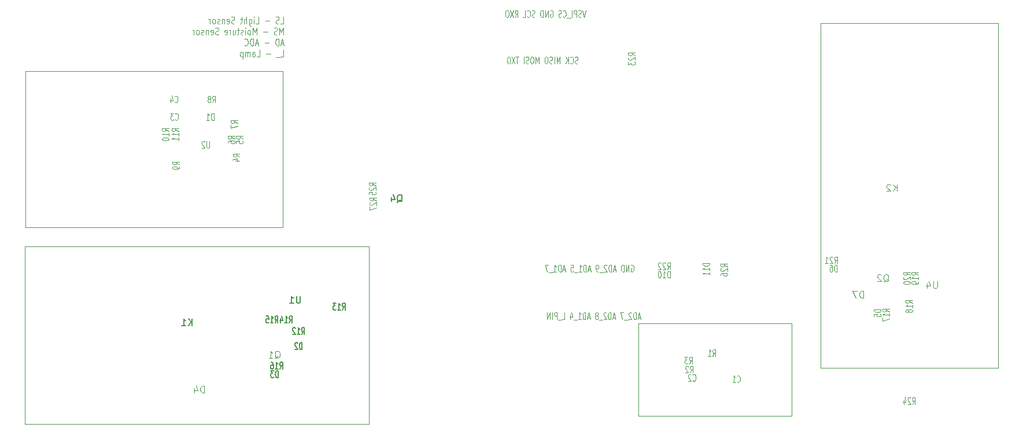
<source format=gbo>
%TF.GenerationSoftware,KiCad,Pcbnew,9.0.7-9.0.7~ubuntu24.04.1*%
%TF.CreationDate,2026-02-17T11:42:20-05:00*%
%TF.ProjectId,plantPartner_PCB1.0,706c616e-7450-4617-9274-6e65725f5043,rev?*%
%TF.SameCoordinates,Original*%
%TF.FileFunction,Legend,Bot*%
%TF.FilePolarity,Positive*%
%FSLAX46Y46*%
G04 Gerber Fmt 4.6, Leading zero omitted, Abs format (unit mm)*
G04 Created by KiCad (PCBNEW 9.0.7-9.0.7~ubuntu24.04.1) date 2026-02-17 11:42:20*
%MOMM*%
%LPD*%
G01*
G04 APERTURE LIST*
%ADD10C,0.100000*%
%ADD11C,0.087500*%
%ADD12C,0.140000*%
%ADD13C,0.150000*%
G04 APERTURE END LIST*
D10*
X65755000Y-62150000D02*
X103355000Y-62150000D01*
X103355000Y-84950000D01*
X65755000Y-84950000D01*
X65755000Y-62150000D01*
X155500000Y-99000000D02*
X177900000Y-99000000D01*
X177900000Y-112600000D01*
X155500000Y-112600000D01*
X155500000Y-99000000D01*
X182150000Y-55110000D02*
X208150000Y-55110000D01*
X208150000Y-105510000D01*
X182150000Y-105510000D01*
X182150000Y-55110000D01*
X65605000Y-87800000D02*
X116005000Y-87800000D01*
X116005000Y-113800000D01*
X65605000Y-113800000D01*
X65605000Y-87800000D01*
D11*
X93275768Y-69273069D02*
X93275768Y-68273069D01*
X93275768Y-68273069D02*
X93109101Y-68273069D01*
X93109101Y-68273069D02*
X93009101Y-68320688D01*
X93009101Y-68320688D02*
X92942435Y-68415926D01*
X92942435Y-68415926D02*
X92909101Y-68511164D01*
X92909101Y-68511164D02*
X92875768Y-68701640D01*
X92875768Y-68701640D02*
X92875768Y-68844497D01*
X92875768Y-68844497D02*
X92909101Y-69034973D01*
X92909101Y-69034973D02*
X92942435Y-69130211D01*
X92942435Y-69130211D02*
X93009101Y-69225450D01*
X93009101Y-69225450D02*
X93109101Y-69273069D01*
X93109101Y-69273069D02*
X93275768Y-69273069D01*
X92209101Y-69273069D02*
X92609101Y-69273069D01*
X92409101Y-69273069D02*
X92409101Y-68273069D01*
X92409101Y-68273069D02*
X92475768Y-68415926D01*
X92475768Y-68415926D02*
X92542435Y-68511164D01*
X92542435Y-68511164D02*
X92609101Y-68558783D01*
X163416666Y-107362830D02*
X163449999Y-107410450D01*
X163449999Y-107410450D02*
X163549999Y-107458069D01*
X163549999Y-107458069D02*
X163616666Y-107458069D01*
X163616666Y-107458069D02*
X163716666Y-107410450D01*
X163716666Y-107410450D02*
X163783333Y-107315211D01*
X163783333Y-107315211D02*
X163816666Y-107219973D01*
X163816666Y-107219973D02*
X163849999Y-107029497D01*
X163849999Y-107029497D02*
X163849999Y-106886640D01*
X163849999Y-106886640D02*
X163816666Y-106696164D01*
X163816666Y-106696164D02*
X163783333Y-106600926D01*
X163783333Y-106600926D02*
X163716666Y-106505688D01*
X163716666Y-106505688D02*
X163616666Y-106458069D01*
X163616666Y-106458069D02*
X163549999Y-106458069D01*
X163549999Y-106458069D02*
X163449999Y-106505688D01*
X163449999Y-106505688D02*
X163416666Y-106553307D01*
X163149999Y-106553307D02*
X163116666Y-106505688D01*
X163116666Y-106505688D02*
X163049999Y-106458069D01*
X163049999Y-106458069D02*
X162883333Y-106458069D01*
X162883333Y-106458069D02*
X162816666Y-106505688D01*
X162816666Y-106505688D02*
X162783333Y-106553307D01*
X162783333Y-106553307D02*
X162749999Y-106648545D01*
X162749999Y-106648545D02*
X162749999Y-106743783D01*
X162749999Y-106743783D02*
X162783333Y-106886640D01*
X162783333Y-106886640D02*
X163183333Y-107458069D01*
X163183333Y-107458069D02*
X162749999Y-107458069D01*
X168473069Y-90724231D02*
X167996878Y-90490898D01*
X168473069Y-90324231D02*
X167473069Y-90324231D01*
X167473069Y-90324231D02*
X167473069Y-90590898D01*
X167473069Y-90590898D02*
X167520688Y-90657565D01*
X167520688Y-90657565D02*
X167568307Y-90690898D01*
X167568307Y-90690898D02*
X167663545Y-90724231D01*
X167663545Y-90724231D02*
X167806402Y-90724231D01*
X167806402Y-90724231D02*
X167901640Y-90690898D01*
X167901640Y-90690898D02*
X167949259Y-90657565D01*
X167949259Y-90657565D02*
X167996878Y-90590898D01*
X167996878Y-90590898D02*
X167996878Y-90324231D01*
X167568307Y-90990898D02*
X167520688Y-91024231D01*
X167520688Y-91024231D02*
X167473069Y-91090898D01*
X167473069Y-91090898D02*
X167473069Y-91257565D01*
X167473069Y-91257565D02*
X167520688Y-91324231D01*
X167520688Y-91324231D02*
X167568307Y-91357565D01*
X167568307Y-91357565D02*
X167663545Y-91390898D01*
X167663545Y-91390898D02*
X167758783Y-91390898D01*
X167758783Y-91390898D02*
X167901640Y-91357565D01*
X167901640Y-91357565D02*
X168473069Y-90957565D01*
X168473069Y-90957565D02*
X168473069Y-91390898D01*
X167473069Y-91990898D02*
X167473069Y-91857565D01*
X167473069Y-91857565D02*
X167520688Y-91790898D01*
X167520688Y-91790898D02*
X167568307Y-91757565D01*
X167568307Y-91757565D02*
X167711164Y-91690898D01*
X167711164Y-91690898D02*
X167901640Y-91657565D01*
X167901640Y-91657565D02*
X168282592Y-91657565D01*
X168282592Y-91657565D02*
X168377830Y-91690898D01*
X168377830Y-91690898D02*
X168425450Y-91724232D01*
X168425450Y-91724232D02*
X168473069Y-91790898D01*
X168473069Y-91790898D02*
X168473069Y-91924232D01*
X168473069Y-91924232D02*
X168425450Y-91990898D01*
X168425450Y-91990898D02*
X168377830Y-92024232D01*
X168377830Y-92024232D02*
X168282592Y-92057565D01*
X168282592Y-92057565D02*
X168044497Y-92057565D01*
X168044497Y-92057565D02*
X167949259Y-92024232D01*
X167949259Y-92024232D02*
X167901640Y-91990898D01*
X167901640Y-91990898D02*
X167854021Y-91924232D01*
X167854021Y-91924232D02*
X167854021Y-91790898D01*
X167854021Y-91790898D02*
X167901640Y-91724232D01*
X167901640Y-91724232D02*
X167949259Y-91690898D01*
X167949259Y-91690898D02*
X168044497Y-91657565D01*
D10*
X199196115Y-92872419D02*
X199196115Y-93681942D01*
X199196115Y-93681942D02*
X199148496Y-93777180D01*
X199148496Y-93777180D02*
X199100877Y-93824800D01*
X199100877Y-93824800D02*
X199005639Y-93872419D01*
X199005639Y-93872419D02*
X198815163Y-93872419D01*
X198815163Y-93872419D02*
X198719925Y-93824800D01*
X198719925Y-93824800D02*
X198672306Y-93777180D01*
X198672306Y-93777180D02*
X198624687Y-93681942D01*
X198624687Y-93681942D02*
X198624687Y-92872419D01*
X197719925Y-93205752D02*
X197719925Y-93872419D01*
X197958020Y-92824800D02*
X198196115Y-93539085D01*
X198196115Y-93539085D02*
X197577068Y-93539085D01*
X191329449Y-92967657D02*
X191424687Y-92920038D01*
X191424687Y-92920038D02*
X191519925Y-92824800D01*
X191519925Y-92824800D02*
X191662782Y-92681942D01*
X191662782Y-92681942D02*
X191758020Y-92634323D01*
X191758020Y-92634323D02*
X191853258Y-92634323D01*
X191805639Y-92872419D02*
X191900877Y-92824800D01*
X191900877Y-92824800D02*
X191996115Y-92729561D01*
X191996115Y-92729561D02*
X192043734Y-92539085D01*
X192043734Y-92539085D02*
X192043734Y-92205752D01*
X192043734Y-92205752D02*
X191996115Y-92015276D01*
X191996115Y-92015276D02*
X191900877Y-91920038D01*
X191900877Y-91920038D02*
X191805639Y-91872419D01*
X191805639Y-91872419D02*
X191615163Y-91872419D01*
X191615163Y-91872419D02*
X191519925Y-91920038D01*
X191519925Y-91920038D02*
X191424687Y-92015276D01*
X191424687Y-92015276D02*
X191377068Y-92205752D01*
X191377068Y-92205752D02*
X191377068Y-92539085D01*
X191377068Y-92539085D02*
X191424687Y-92729561D01*
X191424687Y-92729561D02*
X191519925Y-92824800D01*
X191519925Y-92824800D02*
X191615163Y-92872419D01*
X191615163Y-92872419D02*
X191805639Y-92872419D01*
X190996115Y-91967657D02*
X190948496Y-91920038D01*
X190948496Y-91920038D02*
X190853258Y-91872419D01*
X190853258Y-91872419D02*
X190615163Y-91872419D01*
X190615163Y-91872419D02*
X190519925Y-91920038D01*
X190519925Y-91920038D02*
X190472306Y-91967657D01*
X190472306Y-91967657D02*
X190424687Y-92062895D01*
X190424687Y-92062895D02*
X190424687Y-92158133D01*
X190424687Y-92158133D02*
X190472306Y-92300990D01*
X190472306Y-92300990D02*
X191043734Y-92872419D01*
X191043734Y-92872419D02*
X190424687Y-92872419D01*
D11*
X184516666Y-91458069D02*
X184516666Y-90458069D01*
X184516666Y-90458069D02*
X184349999Y-90458069D01*
X184349999Y-90458069D02*
X184249999Y-90505688D01*
X184249999Y-90505688D02*
X184183333Y-90600926D01*
X184183333Y-90600926D02*
X184149999Y-90696164D01*
X184149999Y-90696164D02*
X184116666Y-90886640D01*
X184116666Y-90886640D02*
X184116666Y-91029497D01*
X184116666Y-91029497D02*
X184149999Y-91219973D01*
X184149999Y-91219973D02*
X184183333Y-91315211D01*
X184183333Y-91315211D02*
X184249999Y-91410450D01*
X184249999Y-91410450D02*
X184349999Y-91458069D01*
X184349999Y-91458069D02*
X184516666Y-91458069D01*
X183516666Y-90458069D02*
X183649999Y-90458069D01*
X183649999Y-90458069D02*
X183716666Y-90505688D01*
X183716666Y-90505688D02*
X183749999Y-90553307D01*
X183749999Y-90553307D02*
X183816666Y-90696164D01*
X183816666Y-90696164D02*
X183849999Y-90886640D01*
X183849999Y-90886640D02*
X183849999Y-91267592D01*
X183849999Y-91267592D02*
X183816666Y-91362830D01*
X183816666Y-91362830D02*
X183783333Y-91410450D01*
X183783333Y-91410450D02*
X183716666Y-91458069D01*
X183716666Y-91458069D02*
X183583333Y-91458069D01*
X183583333Y-91458069D02*
X183516666Y-91410450D01*
X183516666Y-91410450D02*
X183483333Y-91362830D01*
X183483333Y-91362830D02*
X183449999Y-91267592D01*
X183449999Y-91267592D02*
X183449999Y-91029497D01*
X183449999Y-91029497D02*
X183483333Y-90934259D01*
X183483333Y-90934259D02*
X183516666Y-90886640D01*
X183516666Y-90886640D02*
X183583333Y-90839021D01*
X183583333Y-90839021D02*
X183716666Y-90839021D01*
X183716666Y-90839021D02*
X183783333Y-90886640D01*
X183783333Y-90886640D02*
X183816666Y-90934259D01*
X183816666Y-90934259D02*
X183849999Y-91029497D01*
X155739101Y-98157354D02*
X155405768Y-98157354D01*
X155805768Y-98443069D02*
X155572435Y-97443069D01*
X155572435Y-97443069D02*
X155339101Y-98443069D01*
X155105768Y-98443069D02*
X155105768Y-97443069D01*
X155105768Y-97443069D02*
X154939101Y-97443069D01*
X154939101Y-97443069D02*
X154839101Y-97490688D01*
X154839101Y-97490688D02*
X154772435Y-97585926D01*
X154772435Y-97585926D02*
X154739101Y-97681164D01*
X154739101Y-97681164D02*
X154705768Y-97871640D01*
X154705768Y-97871640D02*
X154705768Y-98014497D01*
X154705768Y-98014497D02*
X154739101Y-98204973D01*
X154739101Y-98204973D02*
X154772435Y-98300211D01*
X154772435Y-98300211D02*
X154839101Y-98395450D01*
X154839101Y-98395450D02*
X154939101Y-98443069D01*
X154939101Y-98443069D02*
X155105768Y-98443069D01*
X154439101Y-97538307D02*
X154405768Y-97490688D01*
X154405768Y-97490688D02*
X154339101Y-97443069D01*
X154339101Y-97443069D02*
X154172435Y-97443069D01*
X154172435Y-97443069D02*
X154105768Y-97490688D01*
X154105768Y-97490688D02*
X154072435Y-97538307D01*
X154072435Y-97538307D02*
X154039101Y-97633545D01*
X154039101Y-97633545D02*
X154039101Y-97728783D01*
X154039101Y-97728783D02*
X154072435Y-97871640D01*
X154072435Y-97871640D02*
X154472435Y-98443069D01*
X154472435Y-98443069D02*
X154039101Y-98443069D01*
X153905768Y-98538307D02*
X153372434Y-98538307D01*
X153272435Y-97443069D02*
X152805768Y-97443069D01*
X152805768Y-97443069D02*
X153105768Y-98443069D01*
X152039101Y-98157354D02*
X151705768Y-98157354D01*
X152105768Y-98443069D02*
X151872435Y-97443069D01*
X151872435Y-97443069D02*
X151639101Y-98443069D01*
X151405768Y-98443069D02*
X151405768Y-97443069D01*
X151405768Y-97443069D02*
X151239101Y-97443069D01*
X151239101Y-97443069D02*
X151139101Y-97490688D01*
X151139101Y-97490688D02*
X151072435Y-97585926D01*
X151072435Y-97585926D02*
X151039101Y-97681164D01*
X151039101Y-97681164D02*
X151005768Y-97871640D01*
X151005768Y-97871640D02*
X151005768Y-98014497D01*
X151005768Y-98014497D02*
X151039101Y-98204973D01*
X151039101Y-98204973D02*
X151072435Y-98300211D01*
X151072435Y-98300211D02*
X151139101Y-98395450D01*
X151139101Y-98395450D02*
X151239101Y-98443069D01*
X151239101Y-98443069D02*
X151405768Y-98443069D01*
X150739101Y-97538307D02*
X150705768Y-97490688D01*
X150705768Y-97490688D02*
X150639101Y-97443069D01*
X150639101Y-97443069D02*
X150472435Y-97443069D01*
X150472435Y-97443069D02*
X150405768Y-97490688D01*
X150405768Y-97490688D02*
X150372435Y-97538307D01*
X150372435Y-97538307D02*
X150339101Y-97633545D01*
X150339101Y-97633545D02*
X150339101Y-97728783D01*
X150339101Y-97728783D02*
X150372435Y-97871640D01*
X150372435Y-97871640D02*
X150772435Y-98443069D01*
X150772435Y-98443069D02*
X150339101Y-98443069D01*
X150205768Y-98538307D02*
X149672434Y-98538307D01*
X149405768Y-97871640D02*
X149472435Y-97824021D01*
X149472435Y-97824021D02*
X149505768Y-97776402D01*
X149505768Y-97776402D02*
X149539101Y-97681164D01*
X149539101Y-97681164D02*
X149539101Y-97633545D01*
X149539101Y-97633545D02*
X149505768Y-97538307D01*
X149505768Y-97538307D02*
X149472435Y-97490688D01*
X149472435Y-97490688D02*
X149405768Y-97443069D01*
X149405768Y-97443069D02*
X149272435Y-97443069D01*
X149272435Y-97443069D02*
X149205768Y-97490688D01*
X149205768Y-97490688D02*
X149172435Y-97538307D01*
X149172435Y-97538307D02*
X149139101Y-97633545D01*
X149139101Y-97633545D02*
X149139101Y-97681164D01*
X149139101Y-97681164D02*
X149172435Y-97776402D01*
X149172435Y-97776402D02*
X149205768Y-97824021D01*
X149205768Y-97824021D02*
X149272435Y-97871640D01*
X149272435Y-97871640D02*
X149405768Y-97871640D01*
X149405768Y-97871640D02*
X149472435Y-97919259D01*
X149472435Y-97919259D02*
X149505768Y-97966878D01*
X149505768Y-97966878D02*
X149539101Y-98062116D01*
X149539101Y-98062116D02*
X149539101Y-98252592D01*
X149539101Y-98252592D02*
X149505768Y-98347830D01*
X149505768Y-98347830D02*
X149472435Y-98395450D01*
X149472435Y-98395450D02*
X149405768Y-98443069D01*
X149405768Y-98443069D02*
X149272435Y-98443069D01*
X149272435Y-98443069D02*
X149205768Y-98395450D01*
X149205768Y-98395450D02*
X149172435Y-98347830D01*
X149172435Y-98347830D02*
X149139101Y-98252592D01*
X149139101Y-98252592D02*
X149139101Y-98062116D01*
X149139101Y-98062116D02*
X149172435Y-97966878D01*
X149172435Y-97966878D02*
X149205768Y-97919259D01*
X149205768Y-97919259D02*
X149272435Y-97871640D01*
X148339101Y-98157354D02*
X148005768Y-98157354D01*
X148405768Y-98443069D02*
X148172435Y-97443069D01*
X148172435Y-97443069D02*
X147939101Y-98443069D01*
X147705768Y-98443069D02*
X147705768Y-97443069D01*
X147705768Y-97443069D02*
X147539101Y-97443069D01*
X147539101Y-97443069D02*
X147439101Y-97490688D01*
X147439101Y-97490688D02*
X147372435Y-97585926D01*
X147372435Y-97585926D02*
X147339101Y-97681164D01*
X147339101Y-97681164D02*
X147305768Y-97871640D01*
X147305768Y-97871640D02*
X147305768Y-98014497D01*
X147305768Y-98014497D02*
X147339101Y-98204973D01*
X147339101Y-98204973D02*
X147372435Y-98300211D01*
X147372435Y-98300211D02*
X147439101Y-98395450D01*
X147439101Y-98395450D02*
X147539101Y-98443069D01*
X147539101Y-98443069D02*
X147705768Y-98443069D01*
X146639101Y-98443069D02*
X147039101Y-98443069D01*
X146839101Y-98443069D02*
X146839101Y-97443069D01*
X146839101Y-97443069D02*
X146905768Y-97585926D01*
X146905768Y-97585926D02*
X146972435Y-97681164D01*
X146972435Y-97681164D02*
X147039101Y-97728783D01*
X146505768Y-98538307D02*
X145972434Y-98538307D01*
X145505768Y-97776402D02*
X145505768Y-98443069D01*
X145672435Y-97395450D02*
X145839101Y-98109735D01*
X145839101Y-98109735D02*
X145405768Y-98109735D01*
X144272435Y-98443069D02*
X144605768Y-98443069D01*
X144605768Y-98443069D02*
X144605768Y-97443069D01*
X144205768Y-98538307D02*
X143672434Y-98538307D01*
X143505768Y-98443069D02*
X143505768Y-97443069D01*
X143505768Y-97443069D02*
X143239101Y-97443069D01*
X143239101Y-97443069D02*
X143172435Y-97490688D01*
X143172435Y-97490688D02*
X143139101Y-97538307D01*
X143139101Y-97538307D02*
X143105768Y-97633545D01*
X143105768Y-97633545D02*
X143105768Y-97776402D01*
X143105768Y-97776402D02*
X143139101Y-97871640D01*
X143139101Y-97871640D02*
X143172435Y-97919259D01*
X143172435Y-97919259D02*
X143239101Y-97966878D01*
X143239101Y-97966878D02*
X143505768Y-97966878D01*
X142805768Y-98443069D02*
X142805768Y-97443069D01*
X142472435Y-98443069D02*
X142472435Y-97443069D01*
X142472435Y-97443069D02*
X142072435Y-98443069D01*
X142072435Y-98443069D02*
X142072435Y-97443069D01*
X87625768Y-69177830D02*
X87659101Y-69225450D01*
X87659101Y-69225450D02*
X87759101Y-69273069D01*
X87759101Y-69273069D02*
X87825768Y-69273069D01*
X87825768Y-69273069D02*
X87925768Y-69225450D01*
X87925768Y-69225450D02*
X87992435Y-69130211D01*
X87992435Y-69130211D02*
X88025768Y-69034973D01*
X88025768Y-69034973D02*
X88059101Y-68844497D01*
X88059101Y-68844497D02*
X88059101Y-68701640D01*
X88059101Y-68701640D02*
X88025768Y-68511164D01*
X88025768Y-68511164D02*
X87992435Y-68415926D01*
X87992435Y-68415926D02*
X87925768Y-68320688D01*
X87925768Y-68320688D02*
X87825768Y-68273069D01*
X87825768Y-68273069D02*
X87759101Y-68273069D01*
X87759101Y-68273069D02*
X87659101Y-68320688D01*
X87659101Y-68320688D02*
X87625768Y-68368307D01*
X87392435Y-68273069D02*
X86959101Y-68273069D01*
X86959101Y-68273069D02*
X87192435Y-68654021D01*
X87192435Y-68654021D02*
X87092435Y-68654021D01*
X87092435Y-68654021D02*
X87025768Y-68701640D01*
X87025768Y-68701640D02*
X86992435Y-68749259D01*
X86992435Y-68749259D02*
X86959101Y-68844497D01*
X86959101Y-68844497D02*
X86959101Y-69082592D01*
X86959101Y-69082592D02*
X86992435Y-69177830D01*
X86992435Y-69177830D02*
X87025768Y-69225450D01*
X87025768Y-69225450D02*
X87092435Y-69273069D01*
X87092435Y-69273069D02*
X87292435Y-69273069D01*
X87292435Y-69273069D02*
X87359101Y-69225450D01*
X87359101Y-69225450D02*
X87392435Y-69177830D01*
X166316666Y-103858069D02*
X166549999Y-103381878D01*
X166716666Y-103858069D02*
X166716666Y-102858069D01*
X166716666Y-102858069D02*
X166449999Y-102858069D01*
X166449999Y-102858069D02*
X166383333Y-102905688D01*
X166383333Y-102905688D02*
X166349999Y-102953307D01*
X166349999Y-102953307D02*
X166316666Y-103048545D01*
X166316666Y-103048545D02*
X166316666Y-103191402D01*
X166316666Y-103191402D02*
X166349999Y-103286640D01*
X166349999Y-103286640D02*
X166383333Y-103334259D01*
X166383333Y-103334259D02*
X166449999Y-103381878D01*
X166449999Y-103381878D02*
X166716666Y-103381878D01*
X165649999Y-103858069D02*
X166049999Y-103858069D01*
X165849999Y-103858069D02*
X165849999Y-102858069D01*
X165849999Y-102858069D02*
X165916666Y-103000926D01*
X165916666Y-103000926D02*
X165983333Y-103096164D01*
X165983333Y-103096164D02*
X166049999Y-103143783D01*
X165873069Y-90224231D02*
X164873069Y-90224231D01*
X164873069Y-90224231D02*
X164873069Y-90390898D01*
X164873069Y-90390898D02*
X164920688Y-90490898D01*
X164920688Y-90490898D02*
X165015926Y-90557565D01*
X165015926Y-90557565D02*
X165111164Y-90590898D01*
X165111164Y-90590898D02*
X165301640Y-90624231D01*
X165301640Y-90624231D02*
X165444497Y-90624231D01*
X165444497Y-90624231D02*
X165634973Y-90590898D01*
X165634973Y-90590898D02*
X165730211Y-90557565D01*
X165730211Y-90557565D02*
X165825450Y-90490898D01*
X165825450Y-90490898D02*
X165873069Y-90390898D01*
X165873069Y-90390898D02*
X165873069Y-90224231D01*
X165873069Y-91290898D02*
X165873069Y-90890898D01*
X165873069Y-91090898D02*
X164873069Y-91090898D01*
X164873069Y-91090898D02*
X165015926Y-91024231D01*
X165015926Y-91024231D02*
X165111164Y-90957565D01*
X165111164Y-90957565D02*
X165158783Y-90890898D01*
X165873069Y-91957565D02*
X165873069Y-91557565D01*
X165873069Y-91757565D02*
X164873069Y-91757565D01*
X164873069Y-91757565D02*
X165015926Y-91690898D01*
X165015926Y-91690898D02*
X165111164Y-91624232D01*
X165111164Y-91624232D02*
X165158783Y-91557565D01*
X184150000Y-90258069D02*
X184383333Y-89781878D01*
X184550000Y-90258069D02*
X184550000Y-89258069D01*
X184550000Y-89258069D02*
X184283333Y-89258069D01*
X184283333Y-89258069D02*
X184216667Y-89305688D01*
X184216667Y-89305688D02*
X184183333Y-89353307D01*
X184183333Y-89353307D02*
X184150000Y-89448545D01*
X184150000Y-89448545D02*
X184150000Y-89591402D01*
X184150000Y-89591402D02*
X184183333Y-89686640D01*
X184183333Y-89686640D02*
X184216667Y-89734259D01*
X184216667Y-89734259D02*
X184283333Y-89781878D01*
X184283333Y-89781878D02*
X184550000Y-89781878D01*
X183883333Y-89353307D02*
X183850000Y-89305688D01*
X183850000Y-89305688D02*
X183783333Y-89258069D01*
X183783333Y-89258069D02*
X183616667Y-89258069D01*
X183616667Y-89258069D02*
X183550000Y-89305688D01*
X183550000Y-89305688D02*
X183516667Y-89353307D01*
X183516667Y-89353307D02*
X183483333Y-89448545D01*
X183483333Y-89448545D02*
X183483333Y-89543783D01*
X183483333Y-89543783D02*
X183516667Y-89686640D01*
X183516667Y-89686640D02*
X183916667Y-90258069D01*
X183916667Y-90258069D02*
X183483333Y-90258069D01*
X182816666Y-90258069D02*
X183216666Y-90258069D01*
X183016666Y-90258069D02*
X183016666Y-89258069D01*
X183016666Y-89258069D02*
X183083333Y-89400926D01*
X183083333Y-89400926D02*
X183150000Y-89496164D01*
X183150000Y-89496164D02*
X183216666Y-89543783D01*
X159675768Y-91123069D02*
X159909101Y-90646878D01*
X160075768Y-91123069D02*
X160075768Y-90123069D01*
X160075768Y-90123069D02*
X159809101Y-90123069D01*
X159809101Y-90123069D02*
X159742435Y-90170688D01*
X159742435Y-90170688D02*
X159709101Y-90218307D01*
X159709101Y-90218307D02*
X159675768Y-90313545D01*
X159675768Y-90313545D02*
X159675768Y-90456402D01*
X159675768Y-90456402D02*
X159709101Y-90551640D01*
X159709101Y-90551640D02*
X159742435Y-90599259D01*
X159742435Y-90599259D02*
X159809101Y-90646878D01*
X159809101Y-90646878D02*
X160075768Y-90646878D01*
X159409101Y-90218307D02*
X159375768Y-90170688D01*
X159375768Y-90170688D02*
X159309101Y-90123069D01*
X159309101Y-90123069D02*
X159142435Y-90123069D01*
X159142435Y-90123069D02*
X159075768Y-90170688D01*
X159075768Y-90170688D02*
X159042435Y-90218307D01*
X159042435Y-90218307D02*
X159009101Y-90313545D01*
X159009101Y-90313545D02*
X159009101Y-90408783D01*
X159009101Y-90408783D02*
X159042435Y-90551640D01*
X159042435Y-90551640D02*
X159442435Y-91123069D01*
X159442435Y-91123069D02*
X159009101Y-91123069D01*
X158742434Y-90218307D02*
X158709101Y-90170688D01*
X158709101Y-90170688D02*
X158642434Y-90123069D01*
X158642434Y-90123069D02*
X158475768Y-90123069D01*
X158475768Y-90123069D02*
X158409101Y-90170688D01*
X158409101Y-90170688D02*
X158375768Y-90218307D01*
X158375768Y-90218307D02*
X158342434Y-90313545D01*
X158342434Y-90313545D02*
X158342434Y-90408783D01*
X158342434Y-90408783D02*
X158375768Y-90551640D01*
X158375768Y-90551640D02*
X158775768Y-91123069D01*
X158775768Y-91123069D02*
X158342434Y-91123069D01*
X154973069Y-59824231D02*
X154496878Y-59590898D01*
X154973069Y-59424231D02*
X153973069Y-59424231D01*
X153973069Y-59424231D02*
X153973069Y-59690898D01*
X153973069Y-59690898D02*
X154020688Y-59757565D01*
X154020688Y-59757565D02*
X154068307Y-59790898D01*
X154068307Y-59790898D02*
X154163545Y-59824231D01*
X154163545Y-59824231D02*
X154306402Y-59824231D01*
X154306402Y-59824231D02*
X154401640Y-59790898D01*
X154401640Y-59790898D02*
X154449259Y-59757565D01*
X154449259Y-59757565D02*
X154496878Y-59690898D01*
X154496878Y-59690898D02*
X154496878Y-59424231D01*
X154068307Y-60090898D02*
X154020688Y-60124231D01*
X154020688Y-60124231D02*
X153973069Y-60190898D01*
X153973069Y-60190898D02*
X153973069Y-60357565D01*
X153973069Y-60357565D02*
X154020688Y-60424231D01*
X154020688Y-60424231D02*
X154068307Y-60457565D01*
X154068307Y-60457565D02*
X154163545Y-60490898D01*
X154163545Y-60490898D02*
X154258783Y-60490898D01*
X154258783Y-60490898D02*
X154401640Y-60457565D01*
X154401640Y-60457565D02*
X154973069Y-60057565D01*
X154973069Y-60057565D02*
X154973069Y-60490898D01*
X153973069Y-60724232D02*
X153973069Y-61157565D01*
X153973069Y-61157565D02*
X154354021Y-60924232D01*
X154354021Y-60924232D02*
X154354021Y-61024232D01*
X154354021Y-61024232D02*
X154401640Y-61090898D01*
X154401640Y-61090898D02*
X154449259Y-61124232D01*
X154449259Y-61124232D02*
X154544497Y-61157565D01*
X154544497Y-61157565D02*
X154782592Y-61157565D01*
X154782592Y-61157565D02*
X154877830Y-61124232D01*
X154877830Y-61124232D02*
X154925450Y-61090898D01*
X154925450Y-61090898D02*
X154973069Y-61024232D01*
X154973069Y-61024232D02*
X154973069Y-60824232D01*
X154973069Y-60824232D02*
X154925450Y-60757565D01*
X154925450Y-60757565D02*
X154877830Y-60724232D01*
X195258069Y-91949999D02*
X194781878Y-91716666D01*
X195258069Y-91549999D02*
X194258069Y-91549999D01*
X194258069Y-91549999D02*
X194258069Y-91816666D01*
X194258069Y-91816666D02*
X194305688Y-91883333D01*
X194305688Y-91883333D02*
X194353307Y-91916666D01*
X194353307Y-91916666D02*
X194448545Y-91949999D01*
X194448545Y-91949999D02*
X194591402Y-91949999D01*
X194591402Y-91949999D02*
X194686640Y-91916666D01*
X194686640Y-91916666D02*
X194734259Y-91883333D01*
X194734259Y-91883333D02*
X194781878Y-91816666D01*
X194781878Y-91816666D02*
X194781878Y-91549999D01*
X194353307Y-92216666D02*
X194305688Y-92249999D01*
X194305688Y-92249999D02*
X194258069Y-92316666D01*
X194258069Y-92316666D02*
X194258069Y-92483333D01*
X194258069Y-92483333D02*
X194305688Y-92549999D01*
X194305688Y-92549999D02*
X194353307Y-92583333D01*
X194353307Y-92583333D02*
X194448545Y-92616666D01*
X194448545Y-92616666D02*
X194543783Y-92616666D01*
X194543783Y-92616666D02*
X194686640Y-92583333D01*
X194686640Y-92583333D02*
X195258069Y-92183333D01*
X195258069Y-92183333D02*
X195258069Y-92616666D01*
X194258069Y-93050000D02*
X194258069Y-93116666D01*
X194258069Y-93116666D02*
X194305688Y-93183333D01*
X194305688Y-93183333D02*
X194353307Y-93216666D01*
X194353307Y-93216666D02*
X194448545Y-93250000D01*
X194448545Y-93250000D02*
X194639021Y-93283333D01*
X194639021Y-93283333D02*
X194877116Y-93283333D01*
X194877116Y-93283333D02*
X195067592Y-93250000D01*
X195067592Y-93250000D02*
X195162830Y-93216666D01*
X195162830Y-93216666D02*
X195210450Y-93183333D01*
X195210450Y-93183333D02*
X195258069Y-93116666D01*
X195258069Y-93116666D02*
X195258069Y-93050000D01*
X195258069Y-93050000D02*
X195210450Y-92983333D01*
X195210450Y-92983333D02*
X195162830Y-92950000D01*
X195162830Y-92950000D02*
X195067592Y-92916666D01*
X195067592Y-92916666D02*
X194877116Y-92883333D01*
X194877116Y-92883333D02*
X194639021Y-92883333D01*
X194639021Y-92883333D02*
X194448545Y-92916666D01*
X194448545Y-92916666D02*
X194353307Y-92950000D01*
X194353307Y-92950000D02*
X194305688Y-92983333D01*
X194305688Y-92983333D02*
X194258069Y-93050000D01*
X93075768Y-66723069D02*
X93309101Y-66246878D01*
X93475768Y-66723069D02*
X93475768Y-65723069D01*
X93475768Y-65723069D02*
X93209101Y-65723069D01*
X93209101Y-65723069D02*
X93142435Y-65770688D01*
X93142435Y-65770688D02*
X93109101Y-65818307D01*
X93109101Y-65818307D02*
X93075768Y-65913545D01*
X93075768Y-65913545D02*
X93075768Y-66056402D01*
X93075768Y-66056402D02*
X93109101Y-66151640D01*
X93109101Y-66151640D02*
X93142435Y-66199259D01*
X93142435Y-66199259D02*
X93209101Y-66246878D01*
X93209101Y-66246878D02*
X93475768Y-66246878D01*
X92675768Y-66151640D02*
X92742435Y-66104021D01*
X92742435Y-66104021D02*
X92775768Y-66056402D01*
X92775768Y-66056402D02*
X92809101Y-65961164D01*
X92809101Y-65961164D02*
X92809101Y-65913545D01*
X92809101Y-65913545D02*
X92775768Y-65818307D01*
X92775768Y-65818307D02*
X92742435Y-65770688D01*
X92742435Y-65770688D02*
X92675768Y-65723069D01*
X92675768Y-65723069D02*
X92542435Y-65723069D01*
X92542435Y-65723069D02*
X92475768Y-65770688D01*
X92475768Y-65770688D02*
X92442435Y-65818307D01*
X92442435Y-65818307D02*
X92409101Y-65913545D01*
X92409101Y-65913545D02*
X92409101Y-65961164D01*
X92409101Y-65961164D02*
X92442435Y-66056402D01*
X92442435Y-66056402D02*
X92475768Y-66104021D01*
X92475768Y-66104021D02*
X92542435Y-66151640D01*
X92542435Y-66151640D02*
X92675768Y-66151640D01*
X92675768Y-66151640D02*
X92742435Y-66199259D01*
X92742435Y-66199259D02*
X92775768Y-66246878D01*
X92775768Y-66246878D02*
X92809101Y-66342116D01*
X92809101Y-66342116D02*
X92809101Y-66532592D01*
X92809101Y-66532592D02*
X92775768Y-66627830D01*
X92775768Y-66627830D02*
X92742435Y-66675450D01*
X92742435Y-66675450D02*
X92675768Y-66723069D01*
X92675768Y-66723069D02*
X92542435Y-66723069D01*
X92542435Y-66723069D02*
X92475768Y-66675450D01*
X92475768Y-66675450D02*
X92442435Y-66627830D01*
X92442435Y-66627830D02*
X92409101Y-66532592D01*
X92409101Y-66532592D02*
X92409101Y-66342116D01*
X92409101Y-66342116D02*
X92442435Y-66246878D01*
X92442435Y-66246878D02*
X92475768Y-66199259D01*
X92475768Y-66199259D02*
X92542435Y-66151640D01*
D10*
X102229449Y-104167657D02*
X102324687Y-104120038D01*
X102324687Y-104120038D02*
X102419925Y-104024800D01*
X102419925Y-104024800D02*
X102562782Y-103881942D01*
X102562782Y-103881942D02*
X102658020Y-103834323D01*
X102658020Y-103834323D02*
X102753258Y-103834323D01*
X102705639Y-104072419D02*
X102800877Y-104024800D01*
X102800877Y-104024800D02*
X102896115Y-103929561D01*
X102896115Y-103929561D02*
X102943734Y-103739085D01*
X102943734Y-103739085D02*
X102943734Y-103405752D01*
X102943734Y-103405752D02*
X102896115Y-103215276D01*
X102896115Y-103215276D02*
X102800877Y-103120038D01*
X102800877Y-103120038D02*
X102705639Y-103072419D01*
X102705639Y-103072419D02*
X102515163Y-103072419D01*
X102515163Y-103072419D02*
X102419925Y-103120038D01*
X102419925Y-103120038D02*
X102324687Y-103215276D01*
X102324687Y-103215276D02*
X102277068Y-103405752D01*
X102277068Y-103405752D02*
X102277068Y-103739085D01*
X102277068Y-103739085D02*
X102324687Y-103929561D01*
X102324687Y-103929561D02*
X102419925Y-104024800D01*
X102419925Y-104024800D02*
X102515163Y-104072419D01*
X102515163Y-104072419D02*
X102705639Y-104072419D01*
X101324687Y-104072419D02*
X101896115Y-104072419D01*
X101610401Y-104072419D02*
X101610401Y-103072419D01*
X101610401Y-103072419D02*
X101705639Y-103215276D01*
X101705639Y-103215276D02*
X101800877Y-103310514D01*
X101800877Y-103310514D02*
X101896115Y-103358133D01*
D11*
X195558069Y-96049999D02*
X195081878Y-95816666D01*
X195558069Y-95649999D02*
X194558069Y-95649999D01*
X194558069Y-95649999D02*
X194558069Y-95916666D01*
X194558069Y-95916666D02*
X194605688Y-95983333D01*
X194605688Y-95983333D02*
X194653307Y-96016666D01*
X194653307Y-96016666D02*
X194748545Y-96049999D01*
X194748545Y-96049999D02*
X194891402Y-96049999D01*
X194891402Y-96049999D02*
X194986640Y-96016666D01*
X194986640Y-96016666D02*
X195034259Y-95983333D01*
X195034259Y-95983333D02*
X195081878Y-95916666D01*
X195081878Y-95916666D02*
X195081878Y-95649999D01*
X195558069Y-96716666D02*
X195558069Y-96316666D01*
X195558069Y-96516666D02*
X194558069Y-96516666D01*
X194558069Y-96516666D02*
X194700926Y-96449999D01*
X194700926Y-96449999D02*
X194796164Y-96383333D01*
X194796164Y-96383333D02*
X194843783Y-96316666D01*
X194986640Y-97116666D02*
X194939021Y-97050000D01*
X194939021Y-97050000D02*
X194891402Y-97016666D01*
X194891402Y-97016666D02*
X194796164Y-96983333D01*
X194796164Y-96983333D02*
X194748545Y-96983333D01*
X194748545Y-96983333D02*
X194653307Y-97016666D01*
X194653307Y-97016666D02*
X194605688Y-97050000D01*
X194605688Y-97050000D02*
X194558069Y-97116666D01*
X194558069Y-97116666D02*
X194558069Y-97250000D01*
X194558069Y-97250000D02*
X194605688Y-97316666D01*
X194605688Y-97316666D02*
X194653307Y-97350000D01*
X194653307Y-97350000D02*
X194748545Y-97383333D01*
X194748545Y-97383333D02*
X194796164Y-97383333D01*
X194796164Y-97383333D02*
X194891402Y-97350000D01*
X194891402Y-97350000D02*
X194939021Y-97316666D01*
X194939021Y-97316666D02*
X194986640Y-97250000D01*
X194986640Y-97250000D02*
X194986640Y-97116666D01*
X194986640Y-97116666D02*
X195034259Y-97050000D01*
X195034259Y-97050000D02*
X195081878Y-97016666D01*
X195081878Y-97016666D02*
X195177116Y-96983333D01*
X195177116Y-96983333D02*
X195367592Y-96983333D01*
X195367592Y-96983333D02*
X195462830Y-97016666D01*
X195462830Y-97016666D02*
X195510450Y-97050000D01*
X195510450Y-97050000D02*
X195558069Y-97116666D01*
X195558069Y-97116666D02*
X195558069Y-97250000D01*
X195558069Y-97250000D02*
X195510450Y-97316666D01*
X195510450Y-97316666D02*
X195462830Y-97350000D01*
X195462830Y-97350000D02*
X195367592Y-97383333D01*
X195367592Y-97383333D02*
X195177116Y-97383333D01*
X195177116Y-97383333D02*
X195081878Y-97350000D01*
X195081878Y-97350000D02*
X195034259Y-97316666D01*
X195034259Y-97316666D02*
X194986640Y-97250000D01*
X117008069Y-78849999D02*
X116531878Y-78616666D01*
X117008069Y-78449999D02*
X116008069Y-78449999D01*
X116008069Y-78449999D02*
X116008069Y-78716666D01*
X116008069Y-78716666D02*
X116055688Y-78783333D01*
X116055688Y-78783333D02*
X116103307Y-78816666D01*
X116103307Y-78816666D02*
X116198545Y-78849999D01*
X116198545Y-78849999D02*
X116341402Y-78849999D01*
X116341402Y-78849999D02*
X116436640Y-78816666D01*
X116436640Y-78816666D02*
X116484259Y-78783333D01*
X116484259Y-78783333D02*
X116531878Y-78716666D01*
X116531878Y-78716666D02*
X116531878Y-78449999D01*
X116103307Y-79116666D02*
X116055688Y-79149999D01*
X116055688Y-79149999D02*
X116008069Y-79216666D01*
X116008069Y-79216666D02*
X116008069Y-79383333D01*
X116008069Y-79383333D02*
X116055688Y-79449999D01*
X116055688Y-79449999D02*
X116103307Y-79483333D01*
X116103307Y-79483333D02*
X116198545Y-79516666D01*
X116198545Y-79516666D02*
X116293783Y-79516666D01*
X116293783Y-79516666D02*
X116436640Y-79483333D01*
X116436640Y-79483333D02*
X117008069Y-79083333D01*
X117008069Y-79083333D02*
X117008069Y-79516666D01*
X116008069Y-80150000D02*
X116008069Y-79816666D01*
X116008069Y-79816666D02*
X116484259Y-79783333D01*
X116484259Y-79783333D02*
X116436640Y-79816666D01*
X116436640Y-79816666D02*
X116389021Y-79883333D01*
X116389021Y-79883333D02*
X116389021Y-80050000D01*
X116389021Y-80050000D02*
X116436640Y-80116666D01*
X116436640Y-80116666D02*
X116484259Y-80150000D01*
X116484259Y-80150000D02*
X116579497Y-80183333D01*
X116579497Y-80183333D02*
X116817592Y-80183333D01*
X116817592Y-80183333D02*
X116912830Y-80150000D01*
X116912830Y-80150000D02*
X116960450Y-80116666D01*
X116960450Y-80116666D02*
X117008069Y-80050000D01*
X117008069Y-80050000D02*
X117008069Y-79883333D01*
X117008069Y-79883333D02*
X116960450Y-79816666D01*
X116960450Y-79816666D02*
X116912830Y-79783333D01*
X160075768Y-92373069D02*
X160075768Y-91373069D01*
X160075768Y-91373069D02*
X159909101Y-91373069D01*
X159909101Y-91373069D02*
X159809101Y-91420688D01*
X159809101Y-91420688D02*
X159742435Y-91515926D01*
X159742435Y-91515926D02*
X159709101Y-91611164D01*
X159709101Y-91611164D02*
X159675768Y-91801640D01*
X159675768Y-91801640D02*
X159675768Y-91944497D01*
X159675768Y-91944497D02*
X159709101Y-92134973D01*
X159709101Y-92134973D02*
X159742435Y-92230211D01*
X159742435Y-92230211D02*
X159809101Y-92325450D01*
X159809101Y-92325450D02*
X159909101Y-92373069D01*
X159909101Y-92373069D02*
X160075768Y-92373069D01*
X159009101Y-92373069D02*
X159409101Y-92373069D01*
X159209101Y-92373069D02*
X159209101Y-91373069D01*
X159209101Y-91373069D02*
X159275768Y-91515926D01*
X159275768Y-91515926D02*
X159342435Y-91611164D01*
X159342435Y-91611164D02*
X159409101Y-91658783D01*
X158575768Y-91373069D02*
X158509101Y-91373069D01*
X158509101Y-91373069D02*
X158442434Y-91420688D01*
X158442434Y-91420688D02*
X158409101Y-91468307D01*
X158409101Y-91468307D02*
X158375768Y-91563545D01*
X158375768Y-91563545D02*
X158342434Y-91754021D01*
X158342434Y-91754021D02*
X158342434Y-91992116D01*
X158342434Y-91992116D02*
X158375768Y-92182592D01*
X158375768Y-92182592D02*
X158409101Y-92277830D01*
X158409101Y-92277830D02*
X158442434Y-92325450D01*
X158442434Y-92325450D02*
X158509101Y-92373069D01*
X158509101Y-92373069D02*
X158575768Y-92373069D01*
X158575768Y-92373069D02*
X158642434Y-92325450D01*
X158642434Y-92325450D02*
X158675768Y-92277830D01*
X158675768Y-92277830D02*
X158709101Y-92182592D01*
X158709101Y-92182592D02*
X158742434Y-91992116D01*
X158742434Y-91992116D02*
X158742434Y-91754021D01*
X158742434Y-91754021D02*
X158709101Y-91563545D01*
X158709101Y-91563545D02*
X158675768Y-91468307D01*
X158675768Y-91468307D02*
X158642434Y-91420688D01*
X158642434Y-91420688D02*
X158575768Y-91373069D01*
X97573069Y-72024231D02*
X97096878Y-71790898D01*
X97573069Y-71624231D02*
X96573069Y-71624231D01*
X96573069Y-71624231D02*
X96573069Y-71890898D01*
X96573069Y-71890898D02*
X96620688Y-71957565D01*
X96620688Y-71957565D02*
X96668307Y-71990898D01*
X96668307Y-71990898D02*
X96763545Y-72024231D01*
X96763545Y-72024231D02*
X96906402Y-72024231D01*
X96906402Y-72024231D02*
X97001640Y-71990898D01*
X97001640Y-71990898D02*
X97049259Y-71957565D01*
X97049259Y-71957565D02*
X97096878Y-71890898D01*
X97096878Y-71890898D02*
X97096878Y-71624231D01*
X96573069Y-72657565D02*
X96573069Y-72324231D01*
X96573069Y-72324231D02*
X97049259Y-72290898D01*
X97049259Y-72290898D02*
X97001640Y-72324231D01*
X97001640Y-72324231D02*
X96954021Y-72390898D01*
X96954021Y-72390898D02*
X96954021Y-72557565D01*
X96954021Y-72557565D02*
X97001640Y-72624231D01*
X97001640Y-72624231D02*
X97049259Y-72657565D01*
X97049259Y-72657565D02*
X97144497Y-72690898D01*
X97144497Y-72690898D02*
X97382592Y-72690898D01*
X97382592Y-72690898D02*
X97477830Y-72657565D01*
X97477830Y-72657565D02*
X97525450Y-72624231D01*
X97525450Y-72624231D02*
X97573069Y-72557565D01*
X97573069Y-72557565D02*
X97573069Y-72390898D01*
X97573069Y-72390898D02*
X97525450Y-72324231D01*
X97525450Y-72324231D02*
X97477830Y-72290898D01*
X195550000Y-110858069D02*
X195783333Y-110381878D01*
X195950000Y-110858069D02*
X195950000Y-109858069D01*
X195950000Y-109858069D02*
X195683333Y-109858069D01*
X195683333Y-109858069D02*
X195616667Y-109905688D01*
X195616667Y-109905688D02*
X195583333Y-109953307D01*
X195583333Y-109953307D02*
X195550000Y-110048545D01*
X195550000Y-110048545D02*
X195550000Y-110191402D01*
X195550000Y-110191402D02*
X195583333Y-110286640D01*
X195583333Y-110286640D02*
X195616667Y-110334259D01*
X195616667Y-110334259D02*
X195683333Y-110381878D01*
X195683333Y-110381878D02*
X195950000Y-110381878D01*
X195283333Y-109953307D02*
X195250000Y-109905688D01*
X195250000Y-109905688D02*
X195183333Y-109858069D01*
X195183333Y-109858069D02*
X195016667Y-109858069D01*
X195016667Y-109858069D02*
X194950000Y-109905688D01*
X194950000Y-109905688D02*
X194916667Y-109953307D01*
X194916667Y-109953307D02*
X194883333Y-110048545D01*
X194883333Y-110048545D02*
X194883333Y-110143783D01*
X194883333Y-110143783D02*
X194916667Y-110286640D01*
X194916667Y-110286640D02*
X195316667Y-110858069D01*
X195316667Y-110858069D02*
X194883333Y-110858069D01*
X194283333Y-110191402D02*
X194283333Y-110858069D01*
X194450000Y-109810450D02*
X194616666Y-110524735D01*
X194616666Y-110524735D02*
X194183333Y-110524735D01*
X163016666Y-106258069D02*
X163249999Y-105781878D01*
X163416666Y-106258069D02*
X163416666Y-105258069D01*
X163416666Y-105258069D02*
X163149999Y-105258069D01*
X163149999Y-105258069D02*
X163083333Y-105305688D01*
X163083333Y-105305688D02*
X163049999Y-105353307D01*
X163049999Y-105353307D02*
X163016666Y-105448545D01*
X163016666Y-105448545D02*
X163016666Y-105591402D01*
X163016666Y-105591402D02*
X163049999Y-105686640D01*
X163049999Y-105686640D02*
X163083333Y-105734259D01*
X163083333Y-105734259D02*
X163149999Y-105781878D01*
X163149999Y-105781878D02*
X163416666Y-105781878D01*
X162749999Y-105353307D02*
X162716666Y-105305688D01*
X162716666Y-105305688D02*
X162649999Y-105258069D01*
X162649999Y-105258069D02*
X162483333Y-105258069D01*
X162483333Y-105258069D02*
X162416666Y-105305688D01*
X162416666Y-105305688D02*
X162383333Y-105353307D01*
X162383333Y-105353307D02*
X162349999Y-105448545D01*
X162349999Y-105448545D02*
X162349999Y-105543783D01*
X162349999Y-105543783D02*
X162383333Y-105686640D01*
X162383333Y-105686640D02*
X162783333Y-106258069D01*
X162783333Y-106258069D02*
X162349999Y-106258069D01*
X169916666Y-107562830D02*
X169949999Y-107610450D01*
X169949999Y-107610450D02*
X170049999Y-107658069D01*
X170049999Y-107658069D02*
X170116666Y-107658069D01*
X170116666Y-107658069D02*
X170216666Y-107610450D01*
X170216666Y-107610450D02*
X170283333Y-107515211D01*
X170283333Y-107515211D02*
X170316666Y-107419973D01*
X170316666Y-107419973D02*
X170349999Y-107229497D01*
X170349999Y-107229497D02*
X170349999Y-107086640D01*
X170349999Y-107086640D02*
X170316666Y-106896164D01*
X170316666Y-106896164D02*
X170283333Y-106800926D01*
X170283333Y-106800926D02*
X170216666Y-106705688D01*
X170216666Y-106705688D02*
X170116666Y-106658069D01*
X170116666Y-106658069D02*
X170049999Y-106658069D01*
X170049999Y-106658069D02*
X169949999Y-106705688D01*
X169949999Y-106705688D02*
X169916666Y-106753307D01*
X169249999Y-107658069D02*
X169649999Y-107658069D01*
X169449999Y-107658069D02*
X169449999Y-106658069D01*
X169449999Y-106658069D02*
X169516666Y-106800926D01*
X169516666Y-106800926D02*
X169583333Y-106896164D01*
X169583333Y-106896164D02*
X169649999Y-106943783D01*
X146589101Y-60965450D02*
X146489101Y-61013069D01*
X146489101Y-61013069D02*
X146322435Y-61013069D01*
X146322435Y-61013069D02*
X146255768Y-60965450D01*
X146255768Y-60965450D02*
X146222435Y-60917830D01*
X146222435Y-60917830D02*
X146189101Y-60822592D01*
X146189101Y-60822592D02*
X146189101Y-60727354D01*
X146189101Y-60727354D02*
X146222435Y-60632116D01*
X146222435Y-60632116D02*
X146255768Y-60584497D01*
X146255768Y-60584497D02*
X146322435Y-60536878D01*
X146322435Y-60536878D02*
X146455768Y-60489259D01*
X146455768Y-60489259D02*
X146522435Y-60441640D01*
X146522435Y-60441640D02*
X146555768Y-60394021D01*
X146555768Y-60394021D02*
X146589101Y-60298783D01*
X146589101Y-60298783D02*
X146589101Y-60203545D01*
X146589101Y-60203545D02*
X146555768Y-60108307D01*
X146555768Y-60108307D02*
X146522435Y-60060688D01*
X146522435Y-60060688D02*
X146455768Y-60013069D01*
X146455768Y-60013069D02*
X146289101Y-60013069D01*
X146289101Y-60013069D02*
X146189101Y-60060688D01*
X145489101Y-60917830D02*
X145522434Y-60965450D01*
X145522434Y-60965450D02*
X145622434Y-61013069D01*
X145622434Y-61013069D02*
X145689101Y-61013069D01*
X145689101Y-61013069D02*
X145789101Y-60965450D01*
X145789101Y-60965450D02*
X145855768Y-60870211D01*
X145855768Y-60870211D02*
X145889101Y-60774973D01*
X145889101Y-60774973D02*
X145922434Y-60584497D01*
X145922434Y-60584497D02*
X145922434Y-60441640D01*
X145922434Y-60441640D02*
X145889101Y-60251164D01*
X145889101Y-60251164D02*
X145855768Y-60155926D01*
X145855768Y-60155926D02*
X145789101Y-60060688D01*
X145789101Y-60060688D02*
X145689101Y-60013069D01*
X145689101Y-60013069D02*
X145622434Y-60013069D01*
X145622434Y-60013069D02*
X145522434Y-60060688D01*
X145522434Y-60060688D02*
X145489101Y-60108307D01*
X145189101Y-61013069D02*
X145189101Y-60013069D01*
X144789101Y-61013069D02*
X145089101Y-60441640D01*
X144789101Y-60013069D02*
X145189101Y-60584497D01*
X143955768Y-61013069D02*
X143955768Y-60013069D01*
X143955768Y-60013069D02*
X143722435Y-60727354D01*
X143722435Y-60727354D02*
X143489101Y-60013069D01*
X143489101Y-60013069D02*
X143489101Y-61013069D01*
X143155768Y-61013069D02*
X143155768Y-60013069D01*
X142855768Y-60965450D02*
X142755768Y-61013069D01*
X142755768Y-61013069D02*
X142589102Y-61013069D01*
X142589102Y-61013069D02*
X142522435Y-60965450D01*
X142522435Y-60965450D02*
X142489102Y-60917830D01*
X142489102Y-60917830D02*
X142455768Y-60822592D01*
X142455768Y-60822592D02*
X142455768Y-60727354D01*
X142455768Y-60727354D02*
X142489102Y-60632116D01*
X142489102Y-60632116D02*
X142522435Y-60584497D01*
X142522435Y-60584497D02*
X142589102Y-60536878D01*
X142589102Y-60536878D02*
X142722435Y-60489259D01*
X142722435Y-60489259D02*
X142789102Y-60441640D01*
X142789102Y-60441640D02*
X142822435Y-60394021D01*
X142822435Y-60394021D02*
X142855768Y-60298783D01*
X142855768Y-60298783D02*
X142855768Y-60203545D01*
X142855768Y-60203545D02*
X142822435Y-60108307D01*
X142822435Y-60108307D02*
X142789102Y-60060688D01*
X142789102Y-60060688D02*
X142722435Y-60013069D01*
X142722435Y-60013069D02*
X142555768Y-60013069D01*
X142555768Y-60013069D02*
X142455768Y-60060688D01*
X142022435Y-60013069D02*
X141889101Y-60013069D01*
X141889101Y-60013069D02*
X141822435Y-60060688D01*
X141822435Y-60060688D02*
X141755768Y-60155926D01*
X141755768Y-60155926D02*
X141722435Y-60346402D01*
X141722435Y-60346402D02*
X141722435Y-60679735D01*
X141722435Y-60679735D02*
X141755768Y-60870211D01*
X141755768Y-60870211D02*
X141822435Y-60965450D01*
X141822435Y-60965450D02*
X141889101Y-61013069D01*
X141889101Y-61013069D02*
X142022435Y-61013069D01*
X142022435Y-61013069D02*
X142089101Y-60965450D01*
X142089101Y-60965450D02*
X142155768Y-60870211D01*
X142155768Y-60870211D02*
X142189101Y-60679735D01*
X142189101Y-60679735D02*
X142189101Y-60346402D01*
X142189101Y-60346402D02*
X142155768Y-60155926D01*
X142155768Y-60155926D02*
X142089101Y-60060688D01*
X142089101Y-60060688D02*
X142022435Y-60013069D01*
X140889102Y-61013069D02*
X140889102Y-60013069D01*
X140889102Y-60013069D02*
X140655769Y-60727354D01*
X140655769Y-60727354D02*
X140422435Y-60013069D01*
X140422435Y-60013069D02*
X140422435Y-61013069D01*
X139955769Y-60013069D02*
X139822435Y-60013069D01*
X139822435Y-60013069D02*
X139755769Y-60060688D01*
X139755769Y-60060688D02*
X139689102Y-60155926D01*
X139689102Y-60155926D02*
X139655769Y-60346402D01*
X139655769Y-60346402D02*
X139655769Y-60679735D01*
X139655769Y-60679735D02*
X139689102Y-60870211D01*
X139689102Y-60870211D02*
X139755769Y-60965450D01*
X139755769Y-60965450D02*
X139822435Y-61013069D01*
X139822435Y-61013069D02*
X139955769Y-61013069D01*
X139955769Y-61013069D02*
X140022435Y-60965450D01*
X140022435Y-60965450D02*
X140089102Y-60870211D01*
X140089102Y-60870211D02*
X140122435Y-60679735D01*
X140122435Y-60679735D02*
X140122435Y-60346402D01*
X140122435Y-60346402D02*
X140089102Y-60155926D01*
X140089102Y-60155926D02*
X140022435Y-60060688D01*
X140022435Y-60060688D02*
X139955769Y-60013069D01*
X139389102Y-60965450D02*
X139289102Y-61013069D01*
X139289102Y-61013069D02*
X139122436Y-61013069D01*
X139122436Y-61013069D02*
X139055769Y-60965450D01*
X139055769Y-60965450D02*
X139022436Y-60917830D01*
X139022436Y-60917830D02*
X138989102Y-60822592D01*
X138989102Y-60822592D02*
X138989102Y-60727354D01*
X138989102Y-60727354D02*
X139022436Y-60632116D01*
X139022436Y-60632116D02*
X139055769Y-60584497D01*
X139055769Y-60584497D02*
X139122436Y-60536878D01*
X139122436Y-60536878D02*
X139255769Y-60489259D01*
X139255769Y-60489259D02*
X139322436Y-60441640D01*
X139322436Y-60441640D02*
X139355769Y-60394021D01*
X139355769Y-60394021D02*
X139389102Y-60298783D01*
X139389102Y-60298783D02*
X139389102Y-60203545D01*
X139389102Y-60203545D02*
X139355769Y-60108307D01*
X139355769Y-60108307D02*
X139322436Y-60060688D01*
X139322436Y-60060688D02*
X139255769Y-60013069D01*
X139255769Y-60013069D02*
X139089102Y-60013069D01*
X139089102Y-60013069D02*
X138989102Y-60060688D01*
X138689102Y-61013069D02*
X138689102Y-60013069D01*
X137922436Y-60013069D02*
X137522436Y-60013069D01*
X137722436Y-61013069D02*
X137722436Y-60013069D01*
X137355770Y-60013069D02*
X136889103Y-61013069D01*
X136889103Y-60013069D02*
X137355770Y-61013069D01*
X136489103Y-60013069D02*
X136422436Y-60013069D01*
X136422436Y-60013069D02*
X136355769Y-60060688D01*
X136355769Y-60060688D02*
X136322436Y-60108307D01*
X136322436Y-60108307D02*
X136289103Y-60203545D01*
X136289103Y-60203545D02*
X136255769Y-60394021D01*
X136255769Y-60394021D02*
X136255769Y-60632116D01*
X136255769Y-60632116D02*
X136289103Y-60822592D01*
X136289103Y-60822592D02*
X136322436Y-60917830D01*
X136322436Y-60917830D02*
X136355769Y-60965450D01*
X136355769Y-60965450D02*
X136422436Y-61013069D01*
X136422436Y-61013069D02*
X136489103Y-61013069D01*
X136489103Y-61013069D02*
X136555769Y-60965450D01*
X136555769Y-60965450D02*
X136589103Y-60917830D01*
X136589103Y-60917830D02*
X136622436Y-60822592D01*
X136622436Y-60822592D02*
X136655769Y-60632116D01*
X136655769Y-60632116D02*
X136655769Y-60394021D01*
X136655769Y-60394021D02*
X136622436Y-60203545D01*
X136622436Y-60203545D02*
X136589103Y-60108307D01*
X136589103Y-60108307D02*
X136555769Y-60060688D01*
X136555769Y-60060688D02*
X136489103Y-60013069D01*
X147755768Y-53203069D02*
X147522435Y-54203069D01*
X147522435Y-54203069D02*
X147289101Y-53203069D01*
X147089101Y-54155450D02*
X146989101Y-54203069D01*
X146989101Y-54203069D02*
X146822435Y-54203069D01*
X146822435Y-54203069D02*
X146755768Y-54155450D01*
X146755768Y-54155450D02*
X146722435Y-54107830D01*
X146722435Y-54107830D02*
X146689101Y-54012592D01*
X146689101Y-54012592D02*
X146689101Y-53917354D01*
X146689101Y-53917354D02*
X146722435Y-53822116D01*
X146722435Y-53822116D02*
X146755768Y-53774497D01*
X146755768Y-53774497D02*
X146822435Y-53726878D01*
X146822435Y-53726878D02*
X146955768Y-53679259D01*
X146955768Y-53679259D02*
X147022435Y-53631640D01*
X147022435Y-53631640D02*
X147055768Y-53584021D01*
X147055768Y-53584021D02*
X147089101Y-53488783D01*
X147089101Y-53488783D02*
X147089101Y-53393545D01*
X147089101Y-53393545D02*
X147055768Y-53298307D01*
X147055768Y-53298307D02*
X147022435Y-53250688D01*
X147022435Y-53250688D02*
X146955768Y-53203069D01*
X146955768Y-53203069D02*
X146789101Y-53203069D01*
X146789101Y-53203069D02*
X146689101Y-53250688D01*
X146389101Y-54203069D02*
X146389101Y-53203069D01*
X146389101Y-53203069D02*
X146122434Y-53203069D01*
X146122434Y-53203069D02*
X146055768Y-53250688D01*
X146055768Y-53250688D02*
X146022434Y-53298307D01*
X146022434Y-53298307D02*
X145989101Y-53393545D01*
X145989101Y-53393545D02*
X145989101Y-53536402D01*
X145989101Y-53536402D02*
X146022434Y-53631640D01*
X146022434Y-53631640D02*
X146055768Y-53679259D01*
X146055768Y-53679259D02*
X146122434Y-53726878D01*
X146122434Y-53726878D02*
X146389101Y-53726878D01*
X145689101Y-54203069D02*
X145689101Y-53203069D01*
X145522435Y-54298307D02*
X144989101Y-54298307D01*
X144422435Y-54107830D02*
X144455768Y-54155450D01*
X144455768Y-54155450D02*
X144555768Y-54203069D01*
X144555768Y-54203069D02*
X144622435Y-54203069D01*
X144622435Y-54203069D02*
X144722435Y-54155450D01*
X144722435Y-54155450D02*
X144789102Y-54060211D01*
X144789102Y-54060211D02*
X144822435Y-53964973D01*
X144822435Y-53964973D02*
X144855768Y-53774497D01*
X144855768Y-53774497D02*
X144855768Y-53631640D01*
X144855768Y-53631640D02*
X144822435Y-53441164D01*
X144822435Y-53441164D02*
X144789102Y-53345926D01*
X144789102Y-53345926D02*
X144722435Y-53250688D01*
X144722435Y-53250688D02*
X144622435Y-53203069D01*
X144622435Y-53203069D02*
X144555768Y-53203069D01*
X144555768Y-53203069D02*
X144455768Y-53250688D01*
X144455768Y-53250688D02*
X144422435Y-53298307D01*
X144155768Y-54155450D02*
X144055768Y-54203069D01*
X144055768Y-54203069D02*
X143889102Y-54203069D01*
X143889102Y-54203069D02*
X143822435Y-54155450D01*
X143822435Y-54155450D02*
X143789102Y-54107830D01*
X143789102Y-54107830D02*
X143755768Y-54012592D01*
X143755768Y-54012592D02*
X143755768Y-53917354D01*
X143755768Y-53917354D02*
X143789102Y-53822116D01*
X143789102Y-53822116D02*
X143822435Y-53774497D01*
X143822435Y-53774497D02*
X143889102Y-53726878D01*
X143889102Y-53726878D02*
X144022435Y-53679259D01*
X144022435Y-53679259D02*
X144089102Y-53631640D01*
X144089102Y-53631640D02*
X144122435Y-53584021D01*
X144122435Y-53584021D02*
X144155768Y-53488783D01*
X144155768Y-53488783D02*
X144155768Y-53393545D01*
X144155768Y-53393545D02*
X144122435Y-53298307D01*
X144122435Y-53298307D02*
X144089102Y-53250688D01*
X144089102Y-53250688D02*
X144022435Y-53203069D01*
X144022435Y-53203069D02*
X143855768Y-53203069D01*
X143855768Y-53203069D02*
X143755768Y-53250688D01*
X142555768Y-53250688D02*
X142622435Y-53203069D01*
X142622435Y-53203069D02*
X142722435Y-53203069D01*
X142722435Y-53203069D02*
X142822435Y-53250688D01*
X142822435Y-53250688D02*
X142889102Y-53345926D01*
X142889102Y-53345926D02*
X142922435Y-53441164D01*
X142922435Y-53441164D02*
X142955768Y-53631640D01*
X142955768Y-53631640D02*
X142955768Y-53774497D01*
X142955768Y-53774497D02*
X142922435Y-53964973D01*
X142922435Y-53964973D02*
X142889102Y-54060211D01*
X142889102Y-54060211D02*
X142822435Y-54155450D01*
X142822435Y-54155450D02*
X142722435Y-54203069D01*
X142722435Y-54203069D02*
X142655768Y-54203069D01*
X142655768Y-54203069D02*
X142555768Y-54155450D01*
X142555768Y-54155450D02*
X142522435Y-54107830D01*
X142522435Y-54107830D02*
X142522435Y-53774497D01*
X142522435Y-53774497D02*
X142655768Y-53774497D01*
X142222435Y-54203069D02*
X142222435Y-53203069D01*
X142222435Y-53203069D02*
X141822435Y-54203069D01*
X141822435Y-54203069D02*
X141822435Y-53203069D01*
X141489102Y-54203069D02*
X141489102Y-53203069D01*
X141489102Y-53203069D02*
X141322435Y-53203069D01*
X141322435Y-53203069D02*
X141222435Y-53250688D01*
X141222435Y-53250688D02*
X141155769Y-53345926D01*
X141155769Y-53345926D02*
X141122435Y-53441164D01*
X141122435Y-53441164D02*
X141089102Y-53631640D01*
X141089102Y-53631640D02*
X141089102Y-53774497D01*
X141089102Y-53774497D02*
X141122435Y-53964973D01*
X141122435Y-53964973D02*
X141155769Y-54060211D01*
X141155769Y-54060211D02*
X141222435Y-54155450D01*
X141222435Y-54155450D02*
X141322435Y-54203069D01*
X141322435Y-54203069D02*
X141489102Y-54203069D01*
X140289102Y-54155450D02*
X140189102Y-54203069D01*
X140189102Y-54203069D02*
X140022436Y-54203069D01*
X140022436Y-54203069D02*
X139955769Y-54155450D01*
X139955769Y-54155450D02*
X139922436Y-54107830D01*
X139922436Y-54107830D02*
X139889102Y-54012592D01*
X139889102Y-54012592D02*
X139889102Y-53917354D01*
X139889102Y-53917354D02*
X139922436Y-53822116D01*
X139922436Y-53822116D02*
X139955769Y-53774497D01*
X139955769Y-53774497D02*
X140022436Y-53726878D01*
X140022436Y-53726878D02*
X140155769Y-53679259D01*
X140155769Y-53679259D02*
X140222436Y-53631640D01*
X140222436Y-53631640D02*
X140255769Y-53584021D01*
X140255769Y-53584021D02*
X140289102Y-53488783D01*
X140289102Y-53488783D02*
X140289102Y-53393545D01*
X140289102Y-53393545D02*
X140255769Y-53298307D01*
X140255769Y-53298307D02*
X140222436Y-53250688D01*
X140222436Y-53250688D02*
X140155769Y-53203069D01*
X140155769Y-53203069D02*
X139989102Y-53203069D01*
X139989102Y-53203069D02*
X139889102Y-53250688D01*
X139189102Y-54107830D02*
X139222435Y-54155450D01*
X139222435Y-54155450D02*
X139322435Y-54203069D01*
X139322435Y-54203069D02*
X139389102Y-54203069D01*
X139389102Y-54203069D02*
X139489102Y-54155450D01*
X139489102Y-54155450D02*
X139555769Y-54060211D01*
X139555769Y-54060211D02*
X139589102Y-53964973D01*
X139589102Y-53964973D02*
X139622435Y-53774497D01*
X139622435Y-53774497D02*
X139622435Y-53631640D01*
X139622435Y-53631640D02*
X139589102Y-53441164D01*
X139589102Y-53441164D02*
X139555769Y-53345926D01*
X139555769Y-53345926D02*
X139489102Y-53250688D01*
X139489102Y-53250688D02*
X139389102Y-53203069D01*
X139389102Y-53203069D02*
X139322435Y-53203069D01*
X139322435Y-53203069D02*
X139222435Y-53250688D01*
X139222435Y-53250688D02*
X139189102Y-53298307D01*
X138555769Y-54203069D02*
X138889102Y-54203069D01*
X138889102Y-54203069D02*
X138889102Y-53203069D01*
X137389102Y-54203069D02*
X137622435Y-53726878D01*
X137789102Y-54203069D02*
X137789102Y-53203069D01*
X137789102Y-53203069D02*
X137522435Y-53203069D01*
X137522435Y-53203069D02*
X137455769Y-53250688D01*
X137455769Y-53250688D02*
X137422435Y-53298307D01*
X137422435Y-53298307D02*
X137389102Y-53393545D01*
X137389102Y-53393545D02*
X137389102Y-53536402D01*
X137389102Y-53536402D02*
X137422435Y-53631640D01*
X137422435Y-53631640D02*
X137455769Y-53679259D01*
X137455769Y-53679259D02*
X137522435Y-53726878D01*
X137522435Y-53726878D02*
X137789102Y-53726878D01*
X137155769Y-53203069D02*
X136689102Y-54203069D01*
X136689102Y-53203069D02*
X137155769Y-54203069D01*
X136289102Y-53203069D02*
X136155768Y-53203069D01*
X136155768Y-53203069D02*
X136089102Y-53250688D01*
X136089102Y-53250688D02*
X136022435Y-53345926D01*
X136022435Y-53345926D02*
X135989102Y-53536402D01*
X135989102Y-53536402D02*
X135989102Y-53869735D01*
X135989102Y-53869735D02*
X136022435Y-54060211D01*
X136022435Y-54060211D02*
X136089102Y-54155450D01*
X136089102Y-54155450D02*
X136155768Y-54203069D01*
X136155768Y-54203069D02*
X136289102Y-54203069D01*
X136289102Y-54203069D02*
X136355768Y-54155450D01*
X136355768Y-54155450D02*
X136422435Y-54060211D01*
X136422435Y-54060211D02*
X136455768Y-53869735D01*
X136455768Y-53869735D02*
X136455768Y-53536402D01*
X136455768Y-53536402D02*
X136422435Y-53345926D01*
X136422435Y-53345926D02*
X136355768Y-53250688D01*
X136355768Y-53250688D02*
X136289102Y-53203069D01*
X96773069Y-69724231D02*
X96296878Y-69490898D01*
X96773069Y-69324231D02*
X95773069Y-69324231D01*
X95773069Y-69324231D02*
X95773069Y-69590898D01*
X95773069Y-69590898D02*
X95820688Y-69657565D01*
X95820688Y-69657565D02*
X95868307Y-69690898D01*
X95868307Y-69690898D02*
X95963545Y-69724231D01*
X95963545Y-69724231D02*
X96106402Y-69724231D01*
X96106402Y-69724231D02*
X96201640Y-69690898D01*
X96201640Y-69690898D02*
X96249259Y-69657565D01*
X96249259Y-69657565D02*
X96296878Y-69590898D01*
X96296878Y-69590898D02*
X96296878Y-69324231D01*
X95773069Y-69957565D02*
X95773069Y-70424231D01*
X95773069Y-70424231D02*
X96773069Y-70124231D01*
X196458069Y-91949999D02*
X195981878Y-91716666D01*
X196458069Y-91549999D02*
X195458069Y-91549999D01*
X195458069Y-91549999D02*
X195458069Y-91816666D01*
X195458069Y-91816666D02*
X195505688Y-91883333D01*
X195505688Y-91883333D02*
X195553307Y-91916666D01*
X195553307Y-91916666D02*
X195648545Y-91949999D01*
X195648545Y-91949999D02*
X195791402Y-91949999D01*
X195791402Y-91949999D02*
X195886640Y-91916666D01*
X195886640Y-91916666D02*
X195934259Y-91883333D01*
X195934259Y-91883333D02*
X195981878Y-91816666D01*
X195981878Y-91816666D02*
X195981878Y-91549999D01*
X196458069Y-92616666D02*
X196458069Y-92216666D01*
X196458069Y-92416666D02*
X195458069Y-92416666D01*
X195458069Y-92416666D02*
X195600926Y-92349999D01*
X195600926Y-92349999D02*
X195696164Y-92283333D01*
X195696164Y-92283333D02*
X195743783Y-92216666D01*
X196458069Y-92950000D02*
X196458069Y-93083333D01*
X196458069Y-93083333D02*
X196410450Y-93150000D01*
X196410450Y-93150000D02*
X196362830Y-93183333D01*
X196362830Y-93183333D02*
X196219973Y-93250000D01*
X196219973Y-93250000D02*
X196029497Y-93283333D01*
X196029497Y-93283333D02*
X195648545Y-93283333D01*
X195648545Y-93283333D02*
X195553307Y-93250000D01*
X195553307Y-93250000D02*
X195505688Y-93216666D01*
X195505688Y-93216666D02*
X195458069Y-93150000D01*
X195458069Y-93150000D02*
X195458069Y-93016666D01*
X195458069Y-93016666D02*
X195505688Y-92950000D01*
X195505688Y-92950000D02*
X195553307Y-92916666D01*
X195553307Y-92916666D02*
X195648545Y-92883333D01*
X195648545Y-92883333D02*
X195886640Y-92883333D01*
X195886640Y-92883333D02*
X195981878Y-92916666D01*
X195981878Y-92916666D02*
X196029497Y-92950000D01*
X196029497Y-92950000D02*
X196077116Y-93016666D01*
X196077116Y-93016666D02*
X196077116Y-93150000D01*
X196077116Y-93150000D02*
X196029497Y-93216666D01*
X196029497Y-93216666D02*
X195981878Y-93250000D01*
X195981878Y-93250000D02*
X195886640Y-93283333D01*
D10*
X188396115Y-95272419D02*
X188396115Y-94272419D01*
X188396115Y-94272419D02*
X188158020Y-94272419D01*
X188158020Y-94272419D02*
X188015163Y-94320038D01*
X188015163Y-94320038D02*
X187919925Y-94415276D01*
X187919925Y-94415276D02*
X187872306Y-94510514D01*
X187872306Y-94510514D02*
X187824687Y-94700990D01*
X187824687Y-94700990D02*
X187824687Y-94843847D01*
X187824687Y-94843847D02*
X187872306Y-95034323D01*
X187872306Y-95034323D02*
X187919925Y-95129561D01*
X187919925Y-95129561D02*
X188015163Y-95224800D01*
X188015163Y-95224800D02*
X188158020Y-95272419D01*
X188158020Y-95272419D02*
X188396115Y-95272419D01*
X187491353Y-94272419D02*
X186824687Y-94272419D01*
X186824687Y-94272419D02*
X187253258Y-95272419D01*
D11*
X97073069Y-74624231D02*
X96596878Y-74390898D01*
X97073069Y-74224231D02*
X96073069Y-74224231D01*
X96073069Y-74224231D02*
X96073069Y-74490898D01*
X96073069Y-74490898D02*
X96120688Y-74557565D01*
X96120688Y-74557565D02*
X96168307Y-74590898D01*
X96168307Y-74590898D02*
X96263545Y-74624231D01*
X96263545Y-74624231D02*
X96406402Y-74624231D01*
X96406402Y-74624231D02*
X96501640Y-74590898D01*
X96501640Y-74590898D02*
X96549259Y-74557565D01*
X96549259Y-74557565D02*
X96596878Y-74490898D01*
X96596878Y-74490898D02*
X96596878Y-74224231D01*
X96406402Y-75224231D02*
X97073069Y-75224231D01*
X96025450Y-75057565D02*
X96739735Y-74890898D01*
X96739735Y-74890898D02*
X96739735Y-75324231D01*
D10*
X91896115Y-109172419D02*
X91896115Y-108172419D01*
X91896115Y-108172419D02*
X91658020Y-108172419D01*
X91658020Y-108172419D02*
X91515163Y-108220038D01*
X91515163Y-108220038D02*
X91419925Y-108315276D01*
X91419925Y-108315276D02*
X91372306Y-108410514D01*
X91372306Y-108410514D02*
X91324687Y-108600990D01*
X91324687Y-108600990D02*
X91324687Y-108743847D01*
X91324687Y-108743847D02*
X91372306Y-108934323D01*
X91372306Y-108934323D02*
X91419925Y-109029561D01*
X91419925Y-109029561D02*
X91515163Y-109124800D01*
X91515163Y-109124800D02*
X91658020Y-109172419D01*
X91658020Y-109172419D02*
X91896115Y-109172419D01*
X90467544Y-108505752D02*
X90467544Y-109172419D01*
X90705639Y-108124800D02*
X90943734Y-108839085D01*
X90943734Y-108839085D02*
X90324687Y-108839085D01*
X193296115Y-79672419D02*
X193296115Y-78672419D01*
X192724687Y-79672419D02*
X193153258Y-79100990D01*
X192724687Y-78672419D02*
X193296115Y-79243847D01*
X192343734Y-78767657D02*
X192296115Y-78720038D01*
X192296115Y-78720038D02*
X192200877Y-78672419D01*
X192200877Y-78672419D02*
X191962782Y-78672419D01*
X191962782Y-78672419D02*
X191867544Y-78720038D01*
X191867544Y-78720038D02*
X191819925Y-78767657D01*
X191819925Y-78767657D02*
X191772306Y-78862895D01*
X191772306Y-78862895D02*
X191772306Y-78958133D01*
X191772306Y-78958133D02*
X191819925Y-79100990D01*
X191819925Y-79100990D02*
X192391353Y-79672419D01*
X192391353Y-79672419D02*
X191772306Y-79672419D01*
D11*
X192208069Y-97299999D02*
X191731878Y-97066666D01*
X192208069Y-96899999D02*
X191208069Y-96899999D01*
X191208069Y-96899999D02*
X191208069Y-97166666D01*
X191208069Y-97166666D02*
X191255688Y-97233333D01*
X191255688Y-97233333D02*
X191303307Y-97266666D01*
X191303307Y-97266666D02*
X191398545Y-97299999D01*
X191398545Y-97299999D02*
X191541402Y-97299999D01*
X191541402Y-97299999D02*
X191636640Y-97266666D01*
X191636640Y-97266666D02*
X191684259Y-97233333D01*
X191684259Y-97233333D02*
X191731878Y-97166666D01*
X191731878Y-97166666D02*
X191731878Y-96899999D01*
X192208069Y-97966666D02*
X192208069Y-97566666D01*
X192208069Y-97766666D02*
X191208069Y-97766666D01*
X191208069Y-97766666D02*
X191350926Y-97699999D01*
X191350926Y-97699999D02*
X191446164Y-97633333D01*
X191446164Y-97633333D02*
X191493783Y-97566666D01*
X191208069Y-98200000D02*
X191208069Y-98666666D01*
X191208069Y-98666666D02*
X192208069Y-98366666D01*
D10*
X103062782Y-55142587D02*
X103443734Y-55142587D01*
X103443734Y-55142587D02*
X103443734Y-54142587D01*
X102834211Y-55094968D02*
X102719925Y-55142587D01*
X102719925Y-55142587D02*
X102529449Y-55142587D01*
X102529449Y-55142587D02*
X102453258Y-55094968D01*
X102453258Y-55094968D02*
X102415163Y-55047348D01*
X102415163Y-55047348D02*
X102377068Y-54952110D01*
X102377068Y-54952110D02*
X102377068Y-54856872D01*
X102377068Y-54856872D02*
X102415163Y-54761634D01*
X102415163Y-54761634D02*
X102453258Y-54714015D01*
X102453258Y-54714015D02*
X102529449Y-54666396D01*
X102529449Y-54666396D02*
X102681830Y-54618777D01*
X102681830Y-54618777D02*
X102758020Y-54571158D01*
X102758020Y-54571158D02*
X102796115Y-54523539D01*
X102796115Y-54523539D02*
X102834211Y-54428301D01*
X102834211Y-54428301D02*
X102834211Y-54333063D01*
X102834211Y-54333063D02*
X102796115Y-54237825D01*
X102796115Y-54237825D02*
X102758020Y-54190206D01*
X102758020Y-54190206D02*
X102681830Y-54142587D01*
X102681830Y-54142587D02*
X102491353Y-54142587D01*
X102491353Y-54142587D02*
X102377068Y-54190206D01*
X101424686Y-54761634D02*
X100815163Y-54761634D01*
X99443734Y-55142587D02*
X99824686Y-55142587D01*
X99824686Y-55142587D02*
X99824686Y-54142587D01*
X99177067Y-55142587D02*
X99177067Y-54475920D01*
X99177067Y-54142587D02*
X99215163Y-54190206D01*
X99215163Y-54190206D02*
X99177067Y-54237825D01*
X99177067Y-54237825D02*
X99138972Y-54190206D01*
X99138972Y-54190206D02*
X99177067Y-54142587D01*
X99177067Y-54142587D02*
X99177067Y-54237825D01*
X98453258Y-54475920D02*
X98453258Y-55285444D01*
X98453258Y-55285444D02*
X98491353Y-55380682D01*
X98491353Y-55380682D02*
X98529449Y-55428301D01*
X98529449Y-55428301D02*
X98605639Y-55475920D01*
X98605639Y-55475920D02*
X98719925Y-55475920D01*
X98719925Y-55475920D02*
X98796115Y-55428301D01*
X98453258Y-55094968D02*
X98529449Y-55142587D01*
X98529449Y-55142587D02*
X98681830Y-55142587D01*
X98681830Y-55142587D02*
X98758020Y-55094968D01*
X98758020Y-55094968D02*
X98796115Y-55047348D01*
X98796115Y-55047348D02*
X98834211Y-54952110D01*
X98834211Y-54952110D02*
X98834211Y-54666396D01*
X98834211Y-54666396D02*
X98796115Y-54571158D01*
X98796115Y-54571158D02*
X98758020Y-54523539D01*
X98758020Y-54523539D02*
X98681830Y-54475920D01*
X98681830Y-54475920D02*
X98529449Y-54475920D01*
X98529449Y-54475920D02*
X98453258Y-54523539D01*
X98072305Y-55142587D02*
X98072305Y-54142587D01*
X97729448Y-55142587D02*
X97729448Y-54618777D01*
X97729448Y-54618777D02*
X97767543Y-54523539D01*
X97767543Y-54523539D02*
X97843734Y-54475920D01*
X97843734Y-54475920D02*
X97958020Y-54475920D01*
X97958020Y-54475920D02*
X98034210Y-54523539D01*
X98034210Y-54523539D02*
X98072305Y-54571158D01*
X97462781Y-54475920D02*
X97158019Y-54475920D01*
X97348495Y-54142587D02*
X97348495Y-54999729D01*
X97348495Y-54999729D02*
X97310400Y-55094968D01*
X97310400Y-55094968D02*
X97234210Y-55142587D01*
X97234210Y-55142587D02*
X97158019Y-55142587D01*
X96319924Y-55094968D02*
X96205638Y-55142587D01*
X96205638Y-55142587D02*
X96015162Y-55142587D01*
X96015162Y-55142587D02*
X95938971Y-55094968D01*
X95938971Y-55094968D02*
X95900876Y-55047348D01*
X95900876Y-55047348D02*
X95862781Y-54952110D01*
X95862781Y-54952110D02*
X95862781Y-54856872D01*
X95862781Y-54856872D02*
X95900876Y-54761634D01*
X95900876Y-54761634D02*
X95938971Y-54714015D01*
X95938971Y-54714015D02*
X96015162Y-54666396D01*
X96015162Y-54666396D02*
X96167543Y-54618777D01*
X96167543Y-54618777D02*
X96243733Y-54571158D01*
X96243733Y-54571158D02*
X96281828Y-54523539D01*
X96281828Y-54523539D02*
X96319924Y-54428301D01*
X96319924Y-54428301D02*
X96319924Y-54333063D01*
X96319924Y-54333063D02*
X96281828Y-54237825D01*
X96281828Y-54237825D02*
X96243733Y-54190206D01*
X96243733Y-54190206D02*
X96167543Y-54142587D01*
X96167543Y-54142587D02*
X95977066Y-54142587D01*
X95977066Y-54142587D02*
X95862781Y-54190206D01*
X95215161Y-55094968D02*
X95291352Y-55142587D01*
X95291352Y-55142587D02*
X95443733Y-55142587D01*
X95443733Y-55142587D02*
X95519923Y-55094968D01*
X95519923Y-55094968D02*
X95558019Y-54999729D01*
X95558019Y-54999729D02*
X95558019Y-54618777D01*
X95558019Y-54618777D02*
X95519923Y-54523539D01*
X95519923Y-54523539D02*
X95443733Y-54475920D01*
X95443733Y-54475920D02*
X95291352Y-54475920D01*
X95291352Y-54475920D02*
X95215161Y-54523539D01*
X95215161Y-54523539D02*
X95177066Y-54618777D01*
X95177066Y-54618777D02*
X95177066Y-54714015D01*
X95177066Y-54714015D02*
X95558019Y-54809253D01*
X94834209Y-54475920D02*
X94834209Y-55142587D01*
X94834209Y-54571158D02*
X94796114Y-54523539D01*
X94796114Y-54523539D02*
X94719924Y-54475920D01*
X94719924Y-54475920D02*
X94605638Y-54475920D01*
X94605638Y-54475920D02*
X94529447Y-54523539D01*
X94529447Y-54523539D02*
X94491352Y-54618777D01*
X94491352Y-54618777D02*
X94491352Y-55142587D01*
X94148495Y-55094968D02*
X94072304Y-55142587D01*
X94072304Y-55142587D02*
X93919923Y-55142587D01*
X93919923Y-55142587D02*
X93843733Y-55094968D01*
X93843733Y-55094968D02*
X93805637Y-54999729D01*
X93805637Y-54999729D02*
X93805637Y-54952110D01*
X93805637Y-54952110D02*
X93843733Y-54856872D01*
X93843733Y-54856872D02*
X93919923Y-54809253D01*
X93919923Y-54809253D02*
X94034209Y-54809253D01*
X94034209Y-54809253D02*
X94110399Y-54761634D01*
X94110399Y-54761634D02*
X94148495Y-54666396D01*
X94148495Y-54666396D02*
X94148495Y-54618777D01*
X94148495Y-54618777D02*
X94110399Y-54523539D01*
X94110399Y-54523539D02*
X94034209Y-54475920D01*
X94034209Y-54475920D02*
X93919923Y-54475920D01*
X93919923Y-54475920D02*
X93843733Y-54523539D01*
X93348495Y-55142587D02*
X93424685Y-55094968D01*
X93424685Y-55094968D02*
X93462780Y-55047348D01*
X93462780Y-55047348D02*
X93500876Y-54952110D01*
X93500876Y-54952110D02*
X93500876Y-54666396D01*
X93500876Y-54666396D02*
X93462780Y-54571158D01*
X93462780Y-54571158D02*
X93424685Y-54523539D01*
X93424685Y-54523539D02*
X93348495Y-54475920D01*
X93348495Y-54475920D02*
X93234209Y-54475920D01*
X93234209Y-54475920D02*
X93158018Y-54523539D01*
X93158018Y-54523539D02*
X93119923Y-54571158D01*
X93119923Y-54571158D02*
X93081828Y-54666396D01*
X93081828Y-54666396D02*
X93081828Y-54952110D01*
X93081828Y-54952110D02*
X93119923Y-55047348D01*
X93119923Y-55047348D02*
X93158018Y-55094968D01*
X93158018Y-55094968D02*
X93234209Y-55142587D01*
X93234209Y-55142587D02*
X93348495Y-55142587D01*
X92738970Y-55142587D02*
X92738970Y-54475920D01*
X92738970Y-54666396D02*
X92700875Y-54571158D01*
X92700875Y-54571158D02*
X92662780Y-54523539D01*
X92662780Y-54523539D02*
X92586589Y-54475920D01*
X92586589Y-54475920D02*
X92510399Y-54475920D01*
X103443734Y-56752531D02*
X103443734Y-55752531D01*
X103443734Y-55752531D02*
X103177068Y-56466816D01*
X103177068Y-56466816D02*
X102910401Y-55752531D01*
X102910401Y-55752531D02*
X102910401Y-56752531D01*
X102567544Y-56704912D02*
X102453258Y-56752531D01*
X102453258Y-56752531D02*
X102262782Y-56752531D01*
X102262782Y-56752531D02*
X102186591Y-56704912D01*
X102186591Y-56704912D02*
X102148496Y-56657292D01*
X102148496Y-56657292D02*
X102110401Y-56562054D01*
X102110401Y-56562054D02*
X102110401Y-56466816D01*
X102110401Y-56466816D02*
X102148496Y-56371578D01*
X102148496Y-56371578D02*
X102186591Y-56323959D01*
X102186591Y-56323959D02*
X102262782Y-56276340D01*
X102262782Y-56276340D02*
X102415163Y-56228721D01*
X102415163Y-56228721D02*
X102491353Y-56181102D01*
X102491353Y-56181102D02*
X102529448Y-56133483D01*
X102529448Y-56133483D02*
X102567544Y-56038245D01*
X102567544Y-56038245D02*
X102567544Y-55943007D01*
X102567544Y-55943007D02*
X102529448Y-55847769D01*
X102529448Y-55847769D02*
X102491353Y-55800150D01*
X102491353Y-55800150D02*
X102415163Y-55752531D01*
X102415163Y-55752531D02*
X102224686Y-55752531D01*
X102224686Y-55752531D02*
X102110401Y-55800150D01*
X101158019Y-56371578D02*
X100548496Y-56371578D01*
X99558019Y-56752531D02*
X99558019Y-55752531D01*
X99558019Y-55752531D02*
X99291353Y-56466816D01*
X99291353Y-56466816D02*
X99024686Y-55752531D01*
X99024686Y-55752531D02*
X99024686Y-56752531D01*
X98529448Y-56752531D02*
X98605638Y-56704912D01*
X98605638Y-56704912D02*
X98643733Y-56657292D01*
X98643733Y-56657292D02*
X98681829Y-56562054D01*
X98681829Y-56562054D02*
X98681829Y-56276340D01*
X98681829Y-56276340D02*
X98643733Y-56181102D01*
X98643733Y-56181102D02*
X98605638Y-56133483D01*
X98605638Y-56133483D02*
X98529448Y-56085864D01*
X98529448Y-56085864D02*
X98415162Y-56085864D01*
X98415162Y-56085864D02*
X98338971Y-56133483D01*
X98338971Y-56133483D02*
X98300876Y-56181102D01*
X98300876Y-56181102D02*
X98262781Y-56276340D01*
X98262781Y-56276340D02*
X98262781Y-56562054D01*
X98262781Y-56562054D02*
X98300876Y-56657292D01*
X98300876Y-56657292D02*
X98338971Y-56704912D01*
X98338971Y-56704912D02*
X98415162Y-56752531D01*
X98415162Y-56752531D02*
X98529448Y-56752531D01*
X97919923Y-56752531D02*
X97919923Y-56085864D01*
X97919923Y-55752531D02*
X97958019Y-55800150D01*
X97958019Y-55800150D02*
X97919923Y-55847769D01*
X97919923Y-55847769D02*
X97881828Y-55800150D01*
X97881828Y-55800150D02*
X97919923Y-55752531D01*
X97919923Y-55752531D02*
X97919923Y-55847769D01*
X97577067Y-56704912D02*
X97500876Y-56752531D01*
X97500876Y-56752531D02*
X97348495Y-56752531D01*
X97348495Y-56752531D02*
X97272305Y-56704912D01*
X97272305Y-56704912D02*
X97234209Y-56609673D01*
X97234209Y-56609673D02*
X97234209Y-56562054D01*
X97234209Y-56562054D02*
X97272305Y-56466816D01*
X97272305Y-56466816D02*
X97348495Y-56419197D01*
X97348495Y-56419197D02*
X97462781Y-56419197D01*
X97462781Y-56419197D02*
X97538971Y-56371578D01*
X97538971Y-56371578D02*
X97577067Y-56276340D01*
X97577067Y-56276340D02*
X97577067Y-56228721D01*
X97577067Y-56228721D02*
X97538971Y-56133483D01*
X97538971Y-56133483D02*
X97462781Y-56085864D01*
X97462781Y-56085864D02*
X97348495Y-56085864D01*
X97348495Y-56085864D02*
X97272305Y-56133483D01*
X97005638Y-56085864D02*
X96700876Y-56085864D01*
X96891352Y-55752531D02*
X96891352Y-56609673D01*
X96891352Y-56609673D02*
X96853257Y-56704912D01*
X96853257Y-56704912D02*
X96777067Y-56752531D01*
X96777067Y-56752531D02*
X96700876Y-56752531D01*
X96091352Y-56085864D02*
X96091352Y-56752531D01*
X96434209Y-56085864D02*
X96434209Y-56609673D01*
X96434209Y-56609673D02*
X96396114Y-56704912D01*
X96396114Y-56704912D02*
X96319924Y-56752531D01*
X96319924Y-56752531D02*
X96205638Y-56752531D01*
X96205638Y-56752531D02*
X96129447Y-56704912D01*
X96129447Y-56704912D02*
X96091352Y-56657292D01*
X95710399Y-56752531D02*
X95710399Y-56085864D01*
X95710399Y-56276340D02*
X95672304Y-56181102D01*
X95672304Y-56181102D02*
X95634209Y-56133483D01*
X95634209Y-56133483D02*
X95558018Y-56085864D01*
X95558018Y-56085864D02*
X95481828Y-56085864D01*
X94910399Y-56704912D02*
X94986590Y-56752531D01*
X94986590Y-56752531D02*
X95138971Y-56752531D01*
X95138971Y-56752531D02*
X95215161Y-56704912D01*
X95215161Y-56704912D02*
X95253257Y-56609673D01*
X95253257Y-56609673D02*
X95253257Y-56228721D01*
X95253257Y-56228721D02*
X95215161Y-56133483D01*
X95215161Y-56133483D02*
X95138971Y-56085864D01*
X95138971Y-56085864D02*
X94986590Y-56085864D01*
X94986590Y-56085864D02*
X94910399Y-56133483D01*
X94910399Y-56133483D02*
X94872304Y-56228721D01*
X94872304Y-56228721D02*
X94872304Y-56323959D01*
X94872304Y-56323959D02*
X95253257Y-56419197D01*
X93958019Y-56704912D02*
X93843733Y-56752531D01*
X93843733Y-56752531D02*
X93653257Y-56752531D01*
X93653257Y-56752531D02*
X93577066Y-56704912D01*
X93577066Y-56704912D02*
X93538971Y-56657292D01*
X93538971Y-56657292D02*
X93500876Y-56562054D01*
X93500876Y-56562054D02*
X93500876Y-56466816D01*
X93500876Y-56466816D02*
X93538971Y-56371578D01*
X93538971Y-56371578D02*
X93577066Y-56323959D01*
X93577066Y-56323959D02*
X93653257Y-56276340D01*
X93653257Y-56276340D02*
X93805638Y-56228721D01*
X93805638Y-56228721D02*
X93881828Y-56181102D01*
X93881828Y-56181102D02*
X93919923Y-56133483D01*
X93919923Y-56133483D02*
X93958019Y-56038245D01*
X93958019Y-56038245D02*
X93958019Y-55943007D01*
X93958019Y-55943007D02*
X93919923Y-55847769D01*
X93919923Y-55847769D02*
X93881828Y-55800150D01*
X93881828Y-55800150D02*
X93805638Y-55752531D01*
X93805638Y-55752531D02*
X93615161Y-55752531D01*
X93615161Y-55752531D02*
X93500876Y-55800150D01*
X92853256Y-56704912D02*
X92929447Y-56752531D01*
X92929447Y-56752531D02*
X93081828Y-56752531D01*
X93081828Y-56752531D02*
X93158018Y-56704912D01*
X93158018Y-56704912D02*
X93196114Y-56609673D01*
X93196114Y-56609673D02*
X93196114Y-56228721D01*
X93196114Y-56228721D02*
X93158018Y-56133483D01*
X93158018Y-56133483D02*
X93081828Y-56085864D01*
X93081828Y-56085864D02*
X92929447Y-56085864D01*
X92929447Y-56085864D02*
X92853256Y-56133483D01*
X92853256Y-56133483D02*
X92815161Y-56228721D01*
X92815161Y-56228721D02*
X92815161Y-56323959D01*
X92815161Y-56323959D02*
X93196114Y-56419197D01*
X92472304Y-56085864D02*
X92472304Y-56752531D01*
X92472304Y-56181102D02*
X92434209Y-56133483D01*
X92434209Y-56133483D02*
X92358019Y-56085864D01*
X92358019Y-56085864D02*
X92243733Y-56085864D01*
X92243733Y-56085864D02*
X92167542Y-56133483D01*
X92167542Y-56133483D02*
X92129447Y-56228721D01*
X92129447Y-56228721D02*
X92129447Y-56752531D01*
X91786590Y-56704912D02*
X91710399Y-56752531D01*
X91710399Y-56752531D02*
X91558018Y-56752531D01*
X91558018Y-56752531D02*
X91481828Y-56704912D01*
X91481828Y-56704912D02*
X91443732Y-56609673D01*
X91443732Y-56609673D02*
X91443732Y-56562054D01*
X91443732Y-56562054D02*
X91481828Y-56466816D01*
X91481828Y-56466816D02*
X91558018Y-56419197D01*
X91558018Y-56419197D02*
X91672304Y-56419197D01*
X91672304Y-56419197D02*
X91748494Y-56371578D01*
X91748494Y-56371578D02*
X91786590Y-56276340D01*
X91786590Y-56276340D02*
X91786590Y-56228721D01*
X91786590Y-56228721D02*
X91748494Y-56133483D01*
X91748494Y-56133483D02*
X91672304Y-56085864D01*
X91672304Y-56085864D02*
X91558018Y-56085864D01*
X91558018Y-56085864D02*
X91481828Y-56133483D01*
X90986590Y-56752531D02*
X91062780Y-56704912D01*
X91062780Y-56704912D02*
X91100875Y-56657292D01*
X91100875Y-56657292D02*
X91138971Y-56562054D01*
X91138971Y-56562054D02*
X91138971Y-56276340D01*
X91138971Y-56276340D02*
X91100875Y-56181102D01*
X91100875Y-56181102D02*
X91062780Y-56133483D01*
X91062780Y-56133483D02*
X90986590Y-56085864D01*
X90986590Y-56085864D02*
X90872304Y-56085864D01*
X90872304Y-56085864D02*
X90796113Y-56133483D01*
X90796113Y-56133483D02*
X90758018Y-56181102D01*
X90758018Y-56181102D02*
X90719923Y-56276340D01*
X90719923Y-56276340D02*
X90719923Y-56562054D01*
X90719923Y-56562054D02*
X90758018Y-56657292D01*
X90758018Y-56657292D02*
X90796113Y-56704912D01*
X90796113Y-56704912D02*
X90872304Y-56752531D01*
X90872304Y-56752531D02*
X90986590Y-56752531D01*
X90377065Y-56752531D02*
X90377065Y-56085864D01*
X90377065Y-56276340D02*
X90338970Y-56181102D01*
X90338970Y-56181102D02*
X90300875Y-56133483D01*
X90300875Y-56133483D02*
X90224684Y-56085864D01*
X90224684Y-56085864D02*
X90148494Y-56085864D01*
X103481830Y-58076760D02*
X103100877Y-58076760D01*
X103558020Y-58362475D02*
X103291353Y-57362475D01*
X103291353Y-57362475D02*
X103024687Y-58362475D01*
X102758020Y-58362475D02*
X102758020Y-57362475D01*
X102758020Y-57362475D02*
X102567544Y-57362475D01*
X102567544Y-57362475D02*
X102453258Y-57410094D01*
X102453258Y-57410094D02*
X102377068Y-57505332D01*
X102377068Y-57505332D02*
X102338973Y-57600570D01*
X102338973Y-57600570D02*
X102300877Y-57791046D01*
X102300877Y-57791046D02*
X102300877Y-57933903D01*
X102300877Y-57933903D02*
X102338973Y-58124379D01*
X102338973Y-58124379D02*
X102377068Y-58219617D01*
X102377068Y-58219617D02*
X102453258Y-58314856D01*
X102453258Y-58314856D02*
X102567544Y-58362475D01*
X102567544Y-58362475D02*
X102758020Y-58362475D01*
X101348496Y-57981522D02*
X100738973Y-57981522D01*
X99786592Y-58076760D02*
X99405639Y-58076760D01*
X99862782Y-58362475D02*
X99596115Y-57362475D01*
X99596115Y-57362475D02*
X99329449Y-58362475D01*
X99062782Y-58362475D02*
X99062782Y-57362475D01*
X99062782Y-57362475D02*
X98872306Y-57362475D01*
X98872306Y-57362475D02*
X98758020Y-57410094D01*
X98758020Y-57410094D02*
X98681830Y-57505332D01*
X98681830Y-57505332D02*
X98643735Y-57600570D01*
X98643735Y-57600570D02*
X98605639Y-57791046D01*
X98605639Y-57791046D02*
X98605639Y-57933903D01*
X98605639Y-57933903D02*
X98643735Y-58124379D01*
X98643735Y-58124379D02*
X98681830Y-58219617D01*
X98681830Y-58219617D02*
X98758020Y-58314856D01*
X98758020Y-58314856D02*
X98872306Y-58362475D01*
X98872306Y-58362475D02*
X99062782Y-58362475D01*
X97805639Y-58267236D02*
X97843735Y-58314856D01*
X97843735Y-58314856D02*
X97958020Y-58362475D01*
X97958020Y-58362475D02*
X98034211Y-58362475D01*
X98034211Y-58362475D02*
X98148497Y-58314856D01*
X98148497Y-58314856D02*
X98224687Y-58219617D01*
X98224687Y-58219617D02*
X98262782Y-58124379D01*
X98262782Y-58124379D02*
X98300878Y-57933903D01*
X98300878Y-57933903D02*
X98300878Y-57791046D01*
X98300878Y-57791046D02*
X98262782Y-57600570D01*
X98262782Y-57600570D02*
X98224687Y-57505332D01*
X98224687Y-57505332D02*
X98148497Y-57410094D01*
X98148497Y-57410094D02*
X98034211Y-57362475D01*
X98034211Y-57362475D02*
X97958020Y-57362475D01*
X97958020Y-57362475D02*
X97843735Y-57410094D01*
X97843735Y-57410094D02*
X97805639Y-57457713D01*
X103062782Y-59972419D02*
X103443734Y-59972419D01*
X103443734Y-59972419D02*
X103443734Y-58972419D01*
X102986592Y-60067657D02*
X102377068Y-60067657D01*
X101577067Y-59591466D02*
X100967544Y-59591466D01*
X99596115Y-59972419D02*
X99977067Y-59972419D01*
X99977067Y-59972419D02*
X99977067Y-58972419D01*
X98986591Y-59972419D02*
X98986591Y-59448609D01*
X98986591Y-59448609D02*
X99024686Y-59353371D01*
X99024686Y-59353371D02*
X99100877Y-59305752D01*
X99100877Y-59305752D02*
X99253258Y-59305752D01*
X99253258Y-59305752D02*
X99329448Y-59353371D01*
X98986591Y-59924800D02*
X99062782Y-59972419D01*
X99062782Y-59972419D02*
X99253258Y-59972419D01*
X99253258Y-59972419D02*
X99329448Y-59924800D01*
X99329448Y-59924800D02*
X99367544Y-59829561D01*
X99367544Y-59829561D02*
X99367544Y-59734323D01*
X99367544Y-59734323D02*
X99329448Y-59639085D01*
X99329448Y-59639085D02*
X99253258Y-59591466D01*
X99253258Y-59591466D02*
X99062782Y-59591466D01*
X99062782Y-59591466D02*
X98986591Y-59543847D01*
X98605638Y-59972419D02*
X98605638Y-59305752D01*
X98605638Y-59400990D02*
X98567543Y-59353371D01*
X98567543Y-59353371D02*
X98491353Y-59305752D01*
X98491353Y-59305752D02*
X98377067Y-59305752D01*
X98377067Y-59305752D02*
X98300876Y-59353371D01*
X98300876Y-59353371D02*
X98262781Y-59448609D01*
X98262781Y-59448609D02*
X98262781Y-59972419D01*
X98262781Y-59448609D02*
X98224686Y-59353371D01*
X98224686Y-59353371D02*
X98148495Y-59305752D01*
X98148495Y-59305752D02*
X98034210Y-59305752D01*
X98034210Y-59305752D02*
X97958019Y-59353371D01*
X97958019Y-59353371D02*
X97919924Y-59448609D01*
X97919924Y-59448609D02*
X97919924Y-59972419D01*
X97538971Y-59305752D02*
X97538971Y-60305752D01*
X97538971Y-59353371D02*
X97462781Y-59305752D01*
X97462781Y-59305752D02*
X97310400Y-59305752D01*
X97310400Y-59305752D02*
X97234209Y-59353371D01*
X97234209Y-59353371D02*
X97196114Y-59400990D01*
X97196114Y-59400990D02*
X97158019Y-59496228D01*
X97158019Y-59496228D02*
X97158019Y-59781942D01*
X97158019Y-59781942D02*
X97196114Y-59877180D01*
X97196114Y-59877180D02*
X97234209Y-59924800D01*
X97234209Y-59924800D02*
X97310400Y-59972419D01*
X97310400Y-59972419D02*
X97462781Y-59972419D01*
X97462781Y-59972419D02*
X97538971Y-59924800D01*
D11*
X154389101Y-90500688D02*
X154455768Y-90453069D01*
X154455768Y-90453069D02*
X154555768Y-90453069D01*
X154555768Y-90453069D02*
X154655768Y-90500688D01*
X154655768Y-90500688D02*
X154722435Y-90595926D01*
X154722435Y-90595926D02*
X154755768Y-90691164D01*
X154755768Y-90691164D02*
X154789101Y-90881640D01*
X154789101Y-90881640D02*
X154789101Y-91024497D01*
X154789101Y-91024497D02*
X154755768Y-91214973D01*
X154755768Y-91214973D02*
X154722435Y-91310211D01*
X154722435Y-91310211D02*
X154655768Y-91405450D01*
X154655768Y-91405450D02*
X154555768Y-91453069D01*
X154555768Y-91453069D02*
X154489101Y-91453069D01*
X154489101Y-91453069D02*
X154389101Y-91405450D01*
X154389101Y-91405450D02*
X154355768Y-91357830D01*
X154355768Y-91357830D02*
X154355768Y-91024497D01*
X154355768Y-91024497D02*
X154489101Y-91024497D01*
X154055768Y-91453069D02*
X154055768Y-90453069D01*
X154055768Y-90453069D02*
X153655768Y-91453069D01*
X153655768Y-91453069D02*
X153655768Y-90453069D01*
X153322435Y-91453069D02*
X153322435Y-90453069D01*
X153322435Y-90453069D02*
X153155768Y-90453069D01*
X153155768Y-90453069D02*
X153055768Y-90500688D01*
X153055768Y-90500688D02*
X152989102Y-90595926D01*
X152989102Y-90595926D02*
X152955768Y-90691164D01*
X152955768Y-90691164D02*
X152922435Y-90881640D01*
X152922435Y-90881640D02*
X152922435Y-91024497D01*
X152922435Y-91024497D02*
X152955768Y-91214973D01*
X152955768Y-91214973D02*
X152989102Y-91310211D01*
X152989102Y-91310211D02*
X153055768Y-91405450D01*
X153055768Y-91405450D02*
X153155768Y-91453069D01*
X153155768Y-91453069D02*
X153322435Y-91453069D01*
X152122435Y-91167354D02*
X151789102Y-91167354D01*
X152189102Y-91453069D02*
X151955769Y-90453069D01*
X151955769Y-90453069D02*
X151722435Y-91453069D01*
X151489102Y-91453069D02*
X151489102Y-90453069D01*
X151489102Y-90453069D02*
X151322435Y-90453069D01*
X151322435Y-90453069D02*
X151222435Y-90500688D01*
X151222435Y-90500688D02*
X151155769Y-90595926D01*
X151155769Y-90595926D02*
X151122435Y-90691164D01*
X151122435Y-90691164D02*
X151089102Y-90881640D01*
X151089102Y-90881640D02*
X151089102Y-91024497D01*
X151089102Y-91024497D02*
X151122435Y-91214973D01*
X151122435Y-91214973D02*
X151155769Y-91310211D01*
X151155769Y-91310211D02*
X151222435Y-91405450D01*
X151222435Y-91405450D02*
X151322435Y-91453069D01*
X151322435Y-91453069D02*
X151489102Y-91453069D01*
X150822435Y-90548307D02*
X150789102Y-90500688D01*
X150789102Y-90500688D02*
X150722435Y-90453069D01*
X150722435Y-90453069D02*
X150555769Y-90453069D01*
X150555769Y-90453069D02*
X150489102Y-90500688D01*
X150489102Y-90500688D02*
X150455769Y-90548307D01*
X150455769Y-90548307D02*
X150422435Y-90643545D01*
X150422435Y-90643545D02*
X150422435Y-90738783D01*
X150422435Y-90738783D02*
X150455769Y-90881640D01*
X150455769Y-90881640D02*
X150855769Y-91453069D01*
X150855769Y-91453069D02*
X150422435Y-91453069D01*
X150289102Y-91548307D02*
X149755768Y-91548307D01*
X149555769Y-91453069D02*
X149422435Y-91453069D01*
X149422435Y-91453069D02*
X149355769Y-91405450D01*
X149355769Y-91405450D02*
X149322435Y-91357830D01*
X149322435Y-91357830D02*
X149255769Y-91214973D01*
X149255769Y-91214973D02*
X149222435Y-91024497D01*
X149222435Y-91024497D02*
X149222435Y-90643545D01*
X149222435Y-90643545D02*
X149255769Y-90548307D01*
X149255769Y-90548307D02*
X149289102Y-90500688D01*
X149289102Y-90500688D02*
X149355769Y-90453069D01*
X149355769Y-90453069D02*
X149489102Y-90453069D01*
X149489102Y-90453069D02*
X149555769Y-90500688D01*
X149555769Y-90500688D02*
X149589102Y-90548307D01*
X149589102Y-90548307D02*
X149622435Y-90643545D01*
X149622435Y-90643545D02*
X149622435Y-90881640D01*
X149622435Y-90881640D02*
X149589102Y-90976878D01*
X149589102Y-90976878D02*
X149555769Y-91024497D01*
X149555769Y-91024497D02*
X149489102Y-91072116D01*
X149489102Y-91072116D02*
X149355769Y-91072116D01*
X149355769Y-91072116D02*
X149289102Y-91024497D01*
X149289102Y-91024497D02*
X149255769Y-90976878D01*
X149255769Y-90976878D02*
X149222435Y-90881640D01*
X148422435Y-91167354D02*
X148089102Y-91167354D01*
X148489102Y-91453069D02*
X148255769Y-90453069D01*
X148255769Y-90453069D02*
X148022435Y-91453069D01*
X147789102Y-91453069D02*
X147789102Y-90453069D01*
X147789102Y-90453069D02*
X147622435Y-90453069D01*
X147622435Y-90453069D02*
X147522435Y-90500688D01*
X147522435Y-90500688D02*
X147455769Y-90595926D01*
X147455769Y-90595926D02*
X147422435Y-90691164D01*
X147422435Y-90691164D02*
X147389102Y-90881640D01*
X147389102Y-90881640D02*
X147389102Y-91024497D01*
X147389102Y-91024497D02*
X147422435Y-91214973D01*
X147422435Y-91214973D02*
X147455769Y-91310211D01*
X147455769Y-91310211D02*
X147522435Y-91405450D01*
X147522435Y-91405450D02*
X147622435Y-91453069D01*
X147622435Y-91453069D02*
X147789102Y-91453069D01*
X146722435Y-91453069D02*
X147122435Y-91453069D01*
X146922435Y-91453069D02*
X146922435Y-90453069D01*
X146922435Y-90453069D02*
X146989102Y-90595926D01*
X146989102Y-90595926D02*
X147055769Y-90691164D01*
X147055769Y-90691164D02*
X147122435Y-90738783D01*
X146589102Y-91548307D02*
X146055768Y-91548307D01*
X145555769Y-90453069D02*
X145889102Y-90453069D01*
X145889102Y-90453069D02*
X145922435Y-90929259D01*
X145922435Y-90929259D02*
X145889102Y-90881640D01*
X145889102Y-90881640D02*
X145822435Y-90834021D01*
X145822435Y-90834021D02*
X145655769Y-90834021D01*
X145655769Y-90834021D02*
X145589102Y-90881640D01*
X145589102Y-90881640D02*
X145555769Y-90929259D01*
X145555769Y-90929259D02*
X145522435Y-91024497D01*
X145522435Y-91024497D02*
X145522435Y-91262592D01*
X145522435Y-91262592D02*
X145555769Y-91357830D01*
X145555769Y-91357830D02*
X145589102Y-91405450D01*
X145589102Y-91405450D02*
X145655769Y-91453069D01*
X145655769Y-91453069D02*
X145822435Y-91453069D01*
X145822435Y-91453069D02*
X145889102Y-91405450D01*
X145889102Y-91405450D02*
X145922435Y-91357830D01*
X144722435Y-91167354D02*
X144389102Y-91167354D01*
X144789102Y-91453069D02*
X144555769Y-90453069D01*
X144555769Y-90453069D02*
X144322435Y-91453069D01*
X144089102Y-91453069D02*
X144089102Y-90453069D01*
X144089102Y-90453069D02*
X143922435Y-90453069D01*
X143922435Y-90453069D02*
X143822435Y-90500688D01*
X143822435Y-90500688D02*
X143755769Y-90595926D01*
X143755769Y-90595926D02*
X143722435Y-90691164D01*
X143722435Y-90691164D02*
X143689102Y-90881640D01*
X143689102Y-90881640D02*
X143689102Y-91024497D01*
X143689102Y-91024497D02*
X143722435Y-91214973D01*
X143722435Y-91214973D02*
X143755769Y-91310211D01*
X143755769Y-91310211D02*
X143822435Y-91405450D01*
X143822435Y-91405450D02*
X143922435Y-91453069D01*
X143922435Y-91453069D02*
X144089102Y-91453069D01*
X143022435Y-91453069D02*
X143422435Y-91453069D01*
X143222435Y-91453069D02*
X143222435Y-90453069D01*
X143222435Y-90453069D02*
X143289102Y-90595926D01*
X143289102Y-90595926D02*
X143355769Y-90691164D01*
X143355769Y-90691164D02*
X143422435Y-90738783D01*
X142889102Y-91548307D02*
X142355768Y-91548307D01*
X142255769Y-90453069D02*
X141789102Y-90453069D01*
X141789102Y-90453069D02*
X142089102Y-91453069D01*
X162916666Y-104958069D02*
X163149999Y-104481878D01*
X163316666Y-104958069D02*
X163316666Y-103958069D01*
X163316666Y-103958069D02*
X163049999Y-103958069D01*
X163049999Y-103958069D02*
X162983333Y-104005688D01*
X162983333Y-104005688D02*
X162949999Y-104053307D01*
X162949999Y-104053307D02*
X162916666Y-104148545D01*
X162916666Y-104148545D02*
X162916666Y-104291402D01*
X162916666Y-104291402D02*
X162949999Y-104386640D01*
X162949999Y-104386640D02*
X162983333Y-104434259D01*
X162983333Y-104434259D02*
X163049999Y-104481878D01*
X163049999Y-104481878D02*
X163316666Y-104481878D01*
X162683333Y-103958069D02*
X162249999Y-103958069D01*
X162249999Y-103958069D02*
X162483333Y-104339021D01*
X162483333Y-104339021D02*
X162383333Y-104339021D01*
X162383333Y-104339021D02*
X162316666Y-104386640D01*
X162316666Y-104386640D02*
X162283333Y-104434259D01*
X162283333Y-104434259D02*
X162249999Y-104529497D01*
X162249999Y-104529497D02*
X162249999Y-104767592D01*
X162249999Y-104767592D02*
X162283333Y-104862830D01*
X162283333Y-104862830D02*
X162316666Y-104910450D01*
X162316666Y-104910450D02*
X162383333Y-104958069D01*
X162383333Y-104958069D02*
X162583333Y-104958069D01*
X162583333Y-104958069D02*
X162649999Y-104910450D01*
X162649999Y-104910450D02*
X162683333Y-104862830D01*
X190958069Y-96983333D02*
X189958069Y-96983333D01*
X189958069Y-96983333D02*
X189958069Y-97150000D01*
X189958069Y-97150000D02*
X190005688Y-97250000D01*
X190005688Y-97250000D02*
X190100926Y-97316667D01*
X190100926Y-97316667D02*
X190196164Y-97350000D01*
X190196164Y-97350000D02*
X190386640Y-97383333D01*
X190386640Y-97383333D02*
X190529497Y-97383333D01*
X190529497Y-97383333D02*
X190719973Y-97350000D01*
X190719973Y-97350000D02*
X190815211Y-97316667D01*
X190815211Y-97316667D02*
X190910450Y-97250000D01*
X190910450Y-97250000D02*
X190958069Y-97150000D01*
X190958069Y-97150000D02*
X190958069Y-96983333D01*
X189958069Y-98016667D02*
X189958069Y-97683333D01*
X189958069Y-97683333D02*
X190434259Y-97650000D01*
X190434259Y-97650000D02*
X190386640Y-97683333D01*
X190386640Y-97683333D02*
X190339021Y-97750000D01*
X190339021Y-97750000D02*
X190339021Y-97916667D01*
X190339021Y-97916667D02*
X190386640Y-97983333D01*
X190386640Y-97983333D02*
X190434259Y-98016667D01*
X190434259Y-98016667D02*
X190529497Y-98050000D01*
X190529497Y-98050000D02*
X190767592Y-98050000D01*
X190767592Y-98050000D02*
X190862830Y-98016667D01*
X190862830Y-98016667D02*
X190910450Y-97983333D01*
X190910450Y-97983333D02*
X190958069Y-97916667D01*
X190958069Y-97916667D02*
X190958069Y-97750000D01*
X190958069Y-97750000D02*
X190910450Y-97683333D01*
X190910450Y-97683333D02*
X190862830Y-97650000D01*
X96373069Y-72024231D02*
X95896878Y-71790898D01*
X96373069Y-71624231D02*
X95373069Y-71624231D01*
X95373069Y-71624231D02*
X95373069Y-71890898D01*
X95373069Y-71890898D02*
X95420688Y-71957565D01*
X95420688Y-71957565D02*
X95468307Y-71990898D01*
X95468307Y-71990898D02*
X95563545Y-72024231D01*
X95563545Y-72024231D02*
X95706402Y-72024231D01*
X95706402Y-72024231D02*
X95801640Y-71990898D01*
X95801640Y-71990898D02*
X95849259Y-71957565D01*
X95849259Y-71957565D02*
X95896878Y-71890898D01*
X95896878Y-71890898D02*
X95896878Y-71624231D01*
X95373069Y-72624231D02*
X95373069Y-72490898D01*
X95373069Y-72490898D02*
X95420688Y-72424231D01*
X95420688Y-72424231D02*
X95468307Y-72390898D01*
X95468307Y-72390898D02*
X95611164Y-72324231D01*
X95611164Y-72324231D02*
X95801640Y-72290898D01*
X95801640Y-72290898D02*
X96182592Y-72290898D01*
X96182592Y-72290898D02*
X96277830Y-72324231D01*
X96277830Y-72324231D02*
X96325450Y-72357565D01*
X96325450Y-72357565D02*
X96373069Y-72424231D01*
X96373069Y-72424231D02*
X96373069Y-72557565D01*
X96373069Y-72557565D02*
X96325450Y-72624231D01*
X96325450Y-72624231D02*
X96277830Y-72657565D01*
X96277830Y-72657565D02*
X96182592Y-72690898D01*
X96182592Y-72690898D02*
X95944497Y-72690898D01*
X95944497Y-72690898D02*
X95849259Y-72657565D01*
X95849259Y-72657565D02*
X95801640Y-72624231D01*
X95801640Y-72624231D02*
X95754021Y-72557565D01*
X95754021Y-72557565D02*
X95754021Y-72424231D01*
X95754021Y-72424231D02*
X95801640Y-72357565D01*
X95801640Y-72357565D02*
X95849259Y-72324231D01*
X95849259Y-72324231D02*
X95944497Y-72290898D01*
X87575768Y-66627830D02*
X87609101Y-66675450D01*
X87609101Y-66675450D02*
X87709101Y-66723069D01*
X87709101Y-66723069D02*
X87775768Y-66723069D01*
X87775768Y-66723069D02*
X87875768Y-66675450D01*
X87875768Y-66675450D02*
X87942435Y-66580211D01*
X87942435Y-66580211D02*
X87975768Y-66484973D01*
X87975768Y-66484973D02*
X88009101Y-66294497D01*
X88009101Y-66294497D02*
X88009101Y-66151640D01*
X88009101Y-66151640D02*
X87975768Y-65961164D01*
X87975768Y-65961164D02*
X87942435Y-65865926D01*
X87942435Y-65865926D02*
X87875768Y-65770688D01*
X87875768Y-65770688D02*
X87775768Y-65723069D01*
X87775768Y-65723069D02*
X87709101Y-65723069D01*
X87709101Y-65723069D02*
X87609101Y-65770688D01*
X87609101Y-65770688D02*
X87575768Y-65818307D01*
X86975768Y-66056402D02*
X86975768Y-66723069D01*
X87142435Y-65675450D02*
X87309101Y-66389735D01*
X87309101Y-66389735D02*
X86875768Y-66389735D01*
D12*
X102716666Y-106955339D02*
X102716666Y-105955339D01*
X102716666Y-105955339D02*
X102549999Y-105955339D01*
X102549999Y-105955339D02*
X102449999Y-106002958D01*
X102449999Y-106002958D02*
X102383333Y-106098196D01*
X102383333Y-106098196D02*
X102349999Y-106193434D01*
X102349999Y-106193434D02*
X102316666Y-106383910D01*
X102316666Y-106383910D02*
X102316666Y-106526767D01*
X102316666Y-106526767D02*
X102349999Y-106717243D01*
X102349999Y-106717243D02*
X102383333Y-106812481D01*
X102383333Y-106812481D02*
X102449999Y-106907720D01*
X102449999Y-106907720D02*
X102549999Y-106955339D01*
X102549999Y-106955339D02*
X102716666Y-106955339D01*
X102083333Y-105955339D02*
X101649999Y-105955339D01*
X101649999Y-105955339D02*
X101883333Y-106336291D01*
X101883333Y-106336291D02*
X101783333Y-106336291D01*
X101783333Y-106336291D02*
X101716666Y-106383910D01*
X101716666Y-106383910D02*
X101683333Y-106431529D01*
X101683333Y-106431529D02*
X101649999Y-106526767D01*
X101649999Y-106526767D02*
X101649999Y-106764862D01*
X101649999Y-106764862D02*
X101683333Y-106860100D01*
X101683333Y-106860100D02*
X101716666Y-106907720D01*
X101716666Y-106907720D02*
X101783333Y-106955339D01*
X101783333Y-106955339D02*
X101983333Y-106955339D01*
X101983333Y-106955339D02*
X102049999Y-106907720D01*
X102049999Y-106907720D02*
X102083333Y-106860100D01*
X112095000Y-97055339D02*
X112328333Y-96579148D01*
X112495000Y-97055339D02*
X112495000Y-96055339D01*
X112495000Y-96055339D02*
X112228333Y-96055339D01*
X112228333Y-96055339D02*
X112161667Y-96102958D01*
X112161667Y-96102958D02*
X112128333Y-96150577D01*
X112128333Y-96150577D02*
X112095000Y-96245815D01*
X112095000Y-96245815D02*
X112095000Y-96388672D01*
X112095000Y-96388672D02*
X112128333Y-96483910D01*
X112128333Y-96483910D02*
X112161667Y-96531529D01*
X112161667Y-96531529D02*
X112228333Y-96579148D01*
X112228333Y-96579148D02*
X112495000Y-96579148D01*
X111428333Y-97055339D02*
X111828333Y-97055339D01*
X111628333Y-97055339D02*
X111628333Y-96055339D01*
X111628333Y-96055339D02*
X111695000Y-96198196D01*
X111695000Y-96198196D02*
X111761667Y-96293434D01*
X111761667Y-96293434D02*
X111828333Y-96341053D01*
X111195000Y-96055339D02*
X110761666Y-96055339D01*
X110761666Y-96055339D02*
X110995000Y-96436291D01*
X110995000Y-96436291D02*
X110895000Y-96436291D01*
X110895000Y-96436291D02*
X110828333Y-96483910D01*
X110828333Y-96483910D02*
X110795000Y-96531529D01*
X110795000Y-96531529D02*
X110761666Y-96626767D01*
X110761666Y-96626767D02*
X110761666Y-96864862D01*
X110761666Y-96864862D02*
X110795000Y-96960100D01*
X110795000Y-96960100D02*
X110828333Y-97007720D01*
X110828333Y-97007720D02*
X110895000Y-97055339D01*
X110895000Y-97055339D02*
X111095000Y-97055339D01*
X111095000Y-97055339D02*
X111161666Y-97007720D01*
X111161666Y-97007720D02*
X111195000Y-96960100D01*
D11*
X117108069Y-81049999D02*
X116631878Y-80816666D01*
X117108069Y-80649999D02*
X116108069Y-80649999D01*
X116108069Y-80649999D02*
X116108069Y-80916666D01*
X116108069Y-80916666D02*
X116155688Y-80983333D01*
X116155688Y-80983333D02*
X116203307Y-81016666D01*
X116203307Y-81016666D02*
X116298545Y-81049999D01*
X116298545Y-81049999D02*
X116441402Y-81049999D01*
X116441402Y-81049999D02*
X116536640Y-81016666D01*
X116536640Y-81016666D02*
X116584259Y-80983333D01*
X116584259Y-80983333D02*
X116631878Y-80916666D01*
X116631878Y-80916666D02*
X116631878Y-80649999D01*
X116203307Y-81316666D02*
X116155688Y-81349999D01*
X116155688Y-81349999D02*
X116108069Y-81416666D01*
X116108069Y-81416666D02*
X116108069Y-81583333D01*
X116108069Y-81583333D02*
X116155688Y-81649999D01*
X116155688Y-81649999D02*
X116203307Y-81683333D01*
X116203307Y-81683333D02*
X116298545Y-81716666D01*
X116298545Y-81716666D02*
X116393783Y-81716666D01*
X116393783Y-81716666D02*
X116536640Y-81683333D01*
X116536640Y-81683333D02*
X117108069Y-81283333D01*
X117108069Y-81283333D02*
X117108069Y-81716666D01*
X116108069Y-81950000D02*
X116108069Y-82416666D01*
X116108069Y-82416666D02*
X117108069Y-82116666D01*
X88108069Y-70899999D02*
X87631878Y-70666666D01*
X88108069Y-70499999D02*
X87108069Y-70499999D01*
X87108069Y-70499999D02*
X87108069Y-70766666D01*
X87108069Y-70766666D02*
X87155688Y-70833333D01*
X87155688Y-70833333D02*
X87203307Y-70866666D01*
X87203307Y-70866666D02*
X87298545Y-70899999D01*
X87298545Y-70899999D02*
X87441402Y-70899999D01*
X87441402Y-70899999D02*
X87536640Y-70866666D01*
X87536640Y-70866666D02*
X87584259Y-70833333D01*
X87584259Y-70833333D02*
X87631878Y-70766666D01*
X87631878Y-70766666D02*
X87631878Y-70499999D01*
X88108069Y-71566666D02*
X88108069Y-71166666D01*
X88108069Y-71366666D02*
X87108069Y-71366666D01*
X87108069Y-71366666D02*
X87250926Y-71299999D01*
X87250926Y-71299999D02*
X87346164Y-71233333D01*
X87346164Y-71233333D02*
X87393783Y-71166666D01*
X88108069Y-72233333D02*
X88108069Y-71833333D01*
X88108069Y-72033333D02*
X87108069Y-72033333D01*
X87108069Y-72033333D02*
X87250926Y-71966666D01*
X87250926Y-71966666D02*
X87346164Y-71900000D01*
X87346164Y-71900000D02*
X87393783Y-71833333D01*
X92633333Y-72358069D02*
X92633333Y-73167592D01*
X92633333Y-73167592D02*
X92600000Y-73262830D01*
X92600000Y-73262830D02*
X92566666Y-73310450D01*
X92566666Y-73310450D02*
X92500000Y-73358069D01*
X92500000Y-73358069D02*
X92366666Y-73358069D01*
X92366666Y-73358069D02*
X92300000Y-73310450D01*
X92300000Y-73310450D02*
X92266666Y-73262830D01*
X92266666Y-73262830D02*
X92233333Y-73167592D01*
X92233333Y-73167592D02*
X92233333Y-72358069D01*
X91933333Y-72453307D02*
X91900000Y-72405688D01*
X91900000Y-72405688D02*
X91833333Y-72358069D01*
X91833333Y-72358069D02*
X91666667Y-72358069D01*
X91666667Y-72358069D02*
X91600000Y-72405688D01*
X91600000Y-72405688D02*
X91566667Y-72453307D01*
X91566667Y-72453307D02*
X91533333Y-72548545D01*
X91533333Y-72548545D02*
X91533333Y-72643783D01*
X91533333Y-72643783D02*
X91566667Y-72786640D01*
X91566667Y-72786640D02*
X91966667Y-73358069D01*
X91966667Y-73358069D02*
X91533333Y-73358069D01*
D12*
X102250000Y-98955339D02*
X102483333Y-98479148D01*
X102650000Y-98955339D02*
X102650000Y-97955339D01*
X102650000Y-97955339D02*
X102383333Y-97955339D01*
X102383333Y-97955339D02*
X102316667Y-98002958D01*
X102316667Y-98002958D02*
X102283333Y-98050577D01*
X102283333Y-98050577D02*
X102250000Y-98145815D01*
X102250000Y-98145815D02*
X102250000Y-98288672D01*
X102250000Y-98288672D02*
X102283333Y-98383910D01*
X102283333Y-98383910D02*
X102316667Y-98431529D01*
X102316667Y-98431529D02*
X102383333Y-98479148D01*
X102383333Y-98479148D02*
X102650000Y-98479148D01*
X101583333Y-98955339D02*
X101983333Y-98955339D01*
X101783333Y-98955339D02*
X101783333Y-97955339D01*
X101783333Y-97955339D02*
X101850000Y-98098196D01*
X101850000Y-98098196D02*
X101916667Y-98193434D01*
X101916667Y-98193434D02*
X101983333Y-98241053D01*
X100950000Y-97955339D02*
X101283333Y-97955339D01*
X101283333Y-97955339D02*
X101316666Y-98431529D01*
X101316666Y-98431529D02*
X101283333Y-98383910D01*
X101283333Y-98383910D02*
X101216666Y-98336291D01*
X101216666Y-98336291D02*
X101050000Y-98336291D01*
X101050000Y-98336291D02*
X100983333Y-98383910D01*
X100983333Y-98383910D02*
X100950000Y-98431529D01*
X100950000Y-98431529D02*
X100916666Y-98526767D01*
X100916666Y-98526767D02*
X100916666Y-98764862D01*
X100916666Y-98764862D02*
X100950000Y-98860100D01*
X100950000Y-98860100D02*
X100983333Y-98907720D01*
X100983333Y-98907720D02*
X101050000Y-98955339D01*
X101050000Y-98955339D02*
X101216666Y-98955339D01*
X101216666Y-98955339D02*
X101283333Y-98907720D01*
X101283333Y-98907720D02*
X101316666Y-98860100D01*
X106221666Y-102855339D02*
X106221666Y-101855339D01*
X106221666Y-101855339D02*
X106054999Y-101855339D01*
X106054999Y-101855339D02*
X105954999Y-101902958D01*
X105954999Y-101902958D02*
X105888333Y-101998196D01*
X105888333Y-101998196D02*
X105854999Y-102093434D01*
X105854999Y-102093434D02*
X105821666Y-102283910D01*
X105821666Y-102283910D02*
X105821666Y-102426767D01*
X105821666Y-102426767D02*
X105854999Y-102617243D01*
X105854999Y-102617243D02*
X105888333Y-102712481D01*
X105888333Y-102712481D02*
X105954999Y-102807720D01*
X105954999Y-102807720D02*
X106054999Y-102855339D01*
X106054999Y-102855339D02*
X106221666Y-102855339D01*
X105554999Y-101950577D02*
X105521666Y-101902958D01*
X105521666Y-101902958D02*
X105454999Y-101855339D01*
X105454999Y-101855339D02*
X105288333Y-101855339D01*
X105288333Y-101855339D02*
X105221666Y-101902958D01*
X105221666Y-101902958D02*
X105188333Y-101950577D01*
X105188333Y-101950577D02*
X105154999Y-102045815D01*
X105154999Y-102045815D02*
X105154999Y-102141053D01*
X105154999Y-102141053D02*
X105188333Y-102283910D01*
X105188333Y-102283910D02*
X105588333Y-102855339D01*
X105588333Y-102855339D02*
X105154999Y-102855339D01*
D11*
X88258069Y-75783333D02*
X87781878Y-75550000D01*
X88258069Y-75383333D02*
X87258069Y-75383333D01*
X87258069Y-75383333D02*
X87258069Y-75650000D01*
X87258069Y-75650000D02*
X87305688Y-75716667D01*
X87305688Y-75716667D02*
X87353307Y-75750000D01*
X87353307Y-75750000D02*
X87448545Y-75783333D01*
X87448545Y-75783333D02*
X87591402Y-75783333D01*
X87591402Y-75783333D02*
X87686640Y-75750000D01*
X87686640Y-75750000D02*
X87734259Y-75716667D01*
X87734259Y-75716667D02*
X87781878Y-75650000D01*
X87781878Y-75650000D02*
X87781878Y-75383333D01*
X88258069Y-76116667D02*
X88258069Y-76250000D01*
X88258069Y-76250000D02*
X88210450Y-76316667D01*
X88210450Y-76316667D02*
X88162830Y-76350000D01*
X88162830Y-76350000D02*
X88019973Y-76416667D01*
X88019973Y-76416667D02*
X87829497Y-76450000D01*
X87829497Y-76450000D02*
X87448545Y-76450000D01*
X87448545Y-76450000D02*
X87353307Y-76416667D01*
X87353307Y-76416667D02*
X87305688Y-76383333D01*
X87305688Y-76383333D02*
X87258069Y-76316667D01*
X87258069Y-76316667D02*
X87258069Y-76183333D01*
X87258069Y-76183333D02*
X87305688Y-76116667D01*
X87305688Y-76116667D02*
X87353307Y-76083333D01*
X87353307Y-76083333D02*
X87448545Y-76050000D01*
X87448545Y-76050000D02*
X87686640Y-76050000D01*
X87686640Y-76050000D02*
X87781878Y-76083333D01*
X87781878Y-76083333D02*
X87829497Y-76116667D01*
X87829497Y-76116667D02*
X87877116Y-76183333D01*
X87877116Y-76183333D02*
X87877116Y-76316667D01*
X87877116Y-76316667D02*
X87829497Y-76383333D01*
X87829497Y-76383333D02*
X87781878Y-76416667D01*
X87781878Y-76416667D02*
X87686640Y-76450000D01*
X86708069Y-70899999D02*
X86231878Y-70666666D01*
X86708069Y-70499999D02*
X85708069Y-70499999D01*
X85708069Y-70499999D02*
X85708069Y-70766666D01*
X85708069Y-70766666D02*
X85755688Y-70833333D01*
X85755688Y-70833333D02*
X85803307Y-70866666D01*
X85803307Y-70866666D02*
X85898545Y-70899999D01*
X85898545Y-70899999D02*
X86041402Y-70899999D01*
X86041402Y-70899999D02*
X86136640Y-70866666D01*
X86136640Y-70866666D02*
X86184259Y-70833333D01*
X86184259Y-70833333D02*
X86231878Y-70766666D01*
X86231878Y-70766666D02*
X86231878Y-70499999D01*
X86708069Y-71566666D02*
X86708069Y-71166666D01*
X86708069Y-71366666D02*
X85708069Y-71366666D01*
X85708069Y-71366666D02*
X85850926Y-71299999D01*
X85850926Y-71299999D02*
X85946164Y-71233333D01*
X85946164Y-71233333D02*
X85993783Y-71166666D01*
X85708069Y-72000000D02*
X85708069Y-72066666D01*
X85708069Y-72066666D02*
X85755688Y-72133333D01*
X85755688Y-72133333D02*
X85803307Y-72166666D01*
X85803307Y-72166666D02*
X85898545Y-72200000D01*
X85898545Y-72200000D02*
X86089021Y-72233333D01*
X86089021Y-72233333D02*
X86327116Y-72233333D01*
X86327116Y-72233333D02*
X86517592Y-72200000D01*
X86517592Y-72200000D02*
X86612830Y-72166666D01*
X86612830Y-72166666D02*
X86660450Y-72133333D01*
X86660450Y-72133333D02*
X86708069Y-72066666D01*
X86708069Y-72066666D02*
X86708069Y-72000000D01*
X86708069Y-72000000D02*
X86660450Y-71933333D01*
X86660450Y-71933333D02*
X86612830Y-71900000D01*
X86612830Y-71900000D02*
X86517592Y-71866666D01*
X86517592Y-71866666D02*
X86327116Y-71833333D01*
X86327116Y-71833333D02*
X86089021Y-71833333D01*
X86089021Y-71833333D02*
X85898545Y-71866666D01*
X85898545Y-71866666D02*
X85803307Y-71900000D01*
X85803307Y-71900000D02*
X85755688Y-71933333D01*
X85755688Y-71933333D02*
X85708069Y-72000000D01*
D13*
X120145238Y-81300057D02*
X120240476Y-81252438D01*
X120240476Y-81252438D02*
X120335714Y-81157200D01*
X120335714Y-81157200D02*
X120478571Y-81014342D01*
X120478571Y-81014342D02*
X120573809Y-80966723D01*
X120573809Y-80966723D02*
X120669047Y-80966723D01*
X120621428Y-81204819D02*
X120716666Y-81157200D01*
X120716666Y-81157200D02*
X120811904Y-81061961D01*
X120811904Y-81061961D02*
X120859523Y-80871485D01*
X120859523Y-80871485D02*
X120859523Y-80538152D01*
X120859523Y-80538152D02*
X120811904Y-80347676D01*
X120811904Y-80347676D02*
X120716666Y-80252438D01*
X120716666Y-80252438D02*
X120621428Y-80204819D01*
X120621428Y-80204819D02*
X120430952Y-80204819D01*
X120430952Y-80204819D02*
X120335714Y-80252438D01*
X120335714Y-80252438D02*
X120240476Y-80347676D01*
X120240476Y-80347676D02*
X120192857Y-80538152D01*
X120192857Y-80538152D02*
X120192857Y-80871485D01*
X120192857Y-80871485D02*
X120240476Y-81061961D01*
X120240476Y-81061961D02*
X120335714Y-81157200D01*
X120335714Y-81157200D02*
X120430952Y-81204819D01*
X120430952Y-81204819D02*
X120621428Y-81204819D01*
X119335714Y-80538152D02*
X119335714Y-81204819D01*
X119573809Y-80157200D02*
X119811904Y-80871485D01*
X119811904Y-80871485D02*
X119192857Y-80871485D01*
D12*
X102950000Y-105705339D02*
X103183333Y-105229148D01*
X103350000Y-105705339D02*
X103350000Y-104705339D01*
X103350000Y-104705339D02*
X103083333Y-104705339D01*
X103083333Y-104705339D02*
X103016667Y-104752958D01*
X103016667Y-104752958D02*
X102983333Y-104800577D01*
X102983333Y-104800577D02*
X102950000Y-104895815D01*
X102950000Y-104895815D02*
X102950000Y-105038672D01*
X102950000Y-105038672D02*
X102983333Y-105133910D01*
X102983333Y-105133910D02*
X103016667Y-105181529D01*
X103016667Y-105181529D02*
X103083333Y-105229148D01*
X103083333Y-105229148D02*
X103350000Y-105229148D01*
X102283333Y-105705339D02*
X102683333Y-105705339D01*
X102483333Y-105705339D02*
X102483333Y-104705339D01*
X102483333Y-104705339D02*
X102550000Y-104848196D01*
X102550000Y-104848196D02*
X102616667Y-104943434D01*
X102616667Y-104943434D02*
X102683333Y-104991053D01*
X101683333Y-104705339D02*
X101816666Y-104705339D01*
X101816666Y-104705339D02*
X101883333Y-104752958D01*
X101883333Y-104752958D02*
X101916666Y-104800577D01*
X101916666Y-104800577D02*
X101983333Y-104943434D01*
X101983333Y-104943434D02*
X102016666Y-105133910D01*
X102016666Y-105133910D02*
X102016666Y-105514862D01*
X102016666Y-105514862D02*
X101983333Y-105610100D01*
X101983333Y-105610100D02*
X101950000Y-105657720D01*
X101950000Y-105657720D02*
X101883333Y-105705339D01*
X101883333Y-105705339D02*
X101750000Y-105705339D01*
X101750000Y-105705339D02*
X101683333Y-105657720D01*
X101683333Y-105657720D02*
X101650000Y-105610100D01*
X101650000Y-105610100D02*
X101616666Y-105514862D01*
X101616666Y-105514862D02*
X101616666Y-105276767D01*
X101616666Y-105276767D02*
X101650000Y-105181529D01*
X101650000Y-105181529D02*
X101683333Y-105133910D01*
X101683333Y-105133910D02*
X101750000Y-105086291D01*
X101750000Y-105086291D02*
X101883333Y-105086291D01*
X101883333Y-105086291D02*
X101950000Y-105133910D01*
X101950000Y-105133910D02*
X101983333Y-105181529D01*
X101983333Y-105181529D02*
X102016666Y-105276767D01*
D13*
X90138164Y-99354819D02*
X90138164Y-98354819D01*
X89566682Y-99354819D02*
X89995293Y-98783390D01*
X89566682Y-98354819D02*
X90138164Y-98926247D01*
X88614211Y-99354819D02*
X89185693Y-99354819D01*
X88899952Y-99354819D02*
X88899952Y-98354819D01*
X88899952Y-98354819D02*
X88995199Y-98497676D01*
X88995199Y-98497676D02*
X89090446Y-98592914D01*
X89090446Y-98592914D02*
X89185693Y-98640533D01*
D12*
X104350000Y-98955339D02*
X104583333Y-98479148D01*
X104750000Y-98955339D02*
X104750000Y-97955339D01*
X104750000Y-97955339D02*
X104483333Y-97955339D01*
X104483333Y-97955339D02*
X104416667Y-98002958D01*
X104416667Y-98002958D02*
X104383333Y-98050577D01*
X104383333Y-98050577D02*
X104350000Y-98145815D01*
X104350000Y-98145815D02*
X104350000Y-98288672D01*
X104350000Y-98288672D02*
X104383333Y-98383910D01*
X104383333Y-98383910D02*
X104416667Y-98431529D01*
X104416667Y-98431529D02*
X104483333Y-98479148D01*
X104483333Y-98479148D02*
X104750000Y-98479148D01*
X103683333Y-98955339D02*
X104083333Y-98955339D01*
X103883333Y-98955339D02*
X103883333Y-97955339D01*
X103883333Y-97955339D02*
X103950000Y-98098196D01*
X103950000Y-98098196D02*
X104016667Y-98193434D01*
X104016667Y-98193434D02*
X104083333Y-98241053D01*
X103083333Y-98288672D02*
X103083333Y-98955339D01*
X103250000Y-97907720D02*
X103416666Y-98622005D01*
X103416666Y-98622005D02*
X102983333Y-98622005D01*
D13*
X105961904Y-95054819D02*
X105961904Y-95864342D01*
X105961904Y-95864342D02*
X105914285Y-95959580D01*
X105914285Y-95959580D02*
X105866666Y-96007200D01*
X105866666Y-96007200D02*
X105771428Y-96054819D01*
X105771428Y-96054819D02*
X105580952Y-96054819D01*
X105580952Y-96054819D02*
X105485714Y-96007200D01*
X105485714Y-96007200D02*
X105438095Y-95959580D01*
X105438095Y-95959580D02*
X105390476Y-95864342D01*
X105390476Y-95864342D02*
X105390476Y-95054819D01*
X104390476Y-96054819D02*
X104961904Y-96054819D01*
X104676190Y-96054819D02*
X104676190Y-95054819D01*
X104676190Y-95054819D02*
X104771428Y-95197676D01*
X104771428Y-95197676D02*
X104866666Y-95292914D01*
X104866666Y-95292914D02*
X104961904Y-95340533D01*
D12*
X106155000Y-100655339D02*
X106388333Y-100179148D01*
X106555000Y-100655339D02*
X106555000Y-99655339D01*
X106555000Y-99655339D02*
X106288333Y-99655339D01*
X106288333Y-99655339D02*
X106221667Y-99702958D01*
X106221667Y-99702958D02*
X106188333Y-99750577D01*
X106188333Y-99750577D02*
X106155000Y-99845815D01*
X106155000Y-99845815D02*
X106155000Y-99988672D01*
X106155000Y-99988672D02*
X106188333Y-100083910D01*
X106188333Y-100083910D02*
X106221667Y-100131529D01*
X106221667Y-100131529D02*
X106288333Y-100179148D01*
X106288333Y-100179148D02*
X106555000Y-100179148D01*
X105488333Y-100655339D02*
X105888333Y-100655339D01*
X105688333Y-100655339D02*
X105688333Y-99655339D01*
X105688333Y-99655339D02*
X105755000Y-99798196D01*
X105755000Y-99798196D02*
X105821667Y-99893434D01*
X105821667Y-99893434D02*
X105888333Y-99941053D01*
X105221666Y-99750577D02*
X105188333Y-99702958D01*
X105188333Y-99702958D02*
X105121666Y-99655339D01*
X105121666Y-99655339D02*
X104955000Y-99655339D01*
X104955000Y-99655339D02*
X104888333Y-99702958D01*
X104888333Y-99702958D02*
X104855000Y-99750577D01*
X104855000Y-99750577D02*
X104821666Y-99845815D01*
X104821666Y-99845815D02*
X104821666Y-99941053D01*
X104821666Y-99941053D02*
X104855000Y-100083910D01*
X104855000Y-100083910D02*
X105255000Y-100655339D01*
X105255000Y-100655339D02*
X104821666Y-100655339D01*
M02*

</source>
